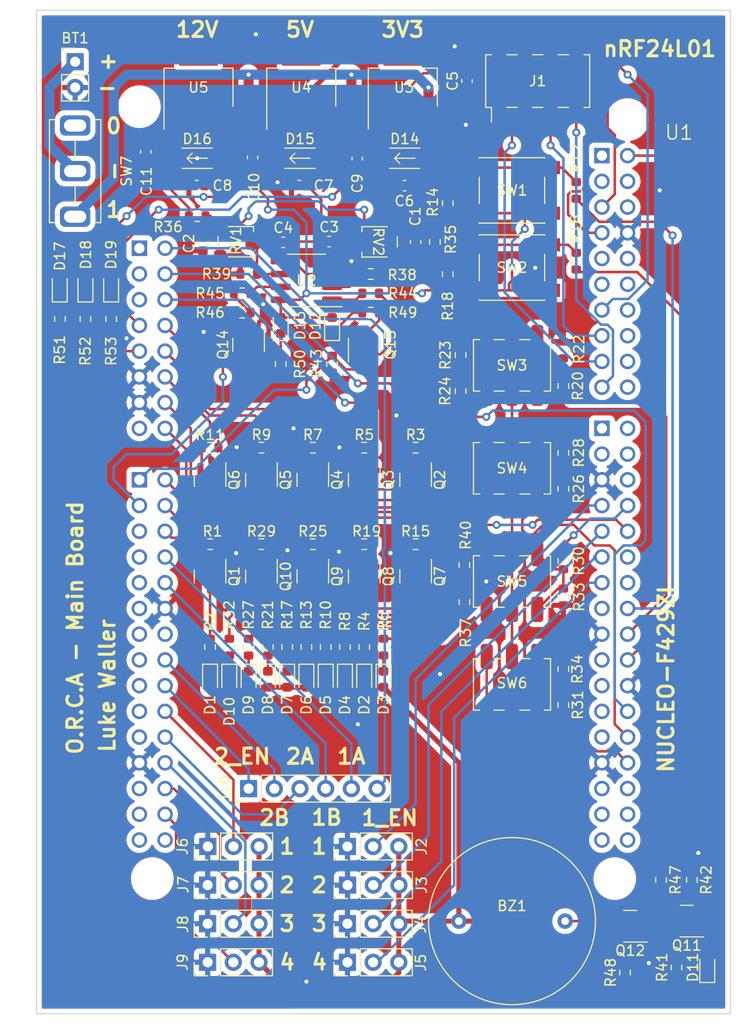
<source format=kicad_pcb>
(kicad_pcb (version 20211014) (generator pcbnew)
  (layers (0 "F.Cu" signal) (31 "B.Cu" signal) (34 "B.Paste" user) (35 "F.Paste" user) (36 "B.SilkS" user "B.Silkscreen") (37 "F.SilkS" user "F.Silkscreen") (38 "B.Mask" user) (39 "F.Mask" user) (44 "Edge.Cuts" user))
  (net 0 "")
  (net 1 "+5V")
  (net 2 "Net-(BZ1-Pad2)")
  (net 3 "+12V")
  (net 4 "Earth")
  (net 5 "+BATT")
  (net 6 "+3V3")
  (net 7 "Net-(D1-Pad1)")
  (net 8 "Net-(D2-Pad1)")
  (net 9 "Net-(D3-Pad1)")
  (net 10 "Net-(D4-Pad1)")
  (net 11 "Net-(D5-Pad1)")
  (net 12 "Net-(D6-Pad1)")
  (net 13 "Net-(D7-Pad1)")
  (net 14 "Net-(D8-Pad1)")
  (net 15 "Net-(D9-Pad1)")
  (net 16 "Net-(D10-Pad1)")
  (net 17 "Net-(D11-Pad1)")
  (net 18 "Net-(D12-Pad1)")
  (net 19 "Net-(D13-Pad1)")
  (net 20 "Net-(D17-Pad1)")
  (net 21 "Net-(D18-Pad1)")
  (net 22 "Net-(D19-Pad1)")
  (net 23 "Net-(Q1-Pad2)")
  (net 24 "Net-(Q1-Pad3)")
  (net 25 "Net-(Q2-Pad2)")
  (net 26 "Net-(Q2-Pad3)")
  (net 27 "Net-(Q3-Pad2)")
  (net 28 "Net-(Q3-Pad3)")
  (net 29 "Net-(Q4-Pad2)")
  (net 30 "Net-(Q4-Pad3)")
  (net 31 "Net-(Q5-Pad2)")
  (net 32 "Net-(Q5-Pad3)")
  (net 33 "Net-(Q6-Pad2)")
  (net 34 "Net-(Q6-Pad3)")
  (net 35 "Net-(Q7-Pad2)")
  (net 36 "Net-(Q7-Pad3)")
  (net 37 "Net-(Q8-Pad2)")
  (net 38 "Net-(Q8-Pad3)")
  (net 39 "Net-(Q9-Pad2)")
  (net 40 "Net-(Q9-Pad3)")
  (net 41 "Net-(Q10-Pad2)")
  (net 42 "Net-(Q10-Pad3)")
  (net 43 "Net-(Q11-Pad2)")
  (net 44 "Net-(Q11-Pad3)")
  (net 45 "Net-(Q12-Pad2)")
  (net 46 "BAT_15_PERCENT")
  (net 47 "Net-(Q13-Pad3)")
  (net 48 "BAT_30_PERCENT")
  (net 49 "Net-(Q14-Pad3)")
  (net 50 "LED_1")
  (net 51 "LED_2")
  (net 52 "LED_3")
  (net 53 "LED_4")
  (net 54 "LED_5")
  (net 55 "LED_6")
  (net 56 "Net-(R12-Pad1)")
  (net 57 "SW_1")
  (net 58 "LED_7")
  (net 59 "Net-(R16-Pad1)")
  (net 60 "SW_2")
  (net 61 "LED_8")
  (net 62 "SW_3")
  (net 63 "LED_9")
  (net 64 "SW_4")
  (net 65 "Net-(R31-Pad1)")
  (net 66 "LED_10")
  (net 67 "SW_5")
  (net 68 "Net-(R35-Pad1)")
  (net 69 "SW_6")
  (net 70 "Net-(R39-Pad2)")
  (net 71 "BUZZER")
  (net 72 "Net-(R44-Pad1)")
  (net 73 "Net-(R45-Pad1)")
  (net 77 "MOTOR_1_EN")
  (net 78 "ESC_2")
  (net 80 "MOTOR_1_A")
  (net 81 "MOTOR_1_B")
  (net 82 "MOTOR_2_A")
  (net 83 "MOTOR_2_B")
  (net 84 "MOTOR_2_EN")
  (net 88 "ESC_3")
  (net 90 "ESC_4")
  (net 94 "ESC_1")
  (net 100 "CSN")
  (net 106 "CE")
  (net 109 "MOSI")
  (net 110 "IRQ")
  (net 111 "SCK")
  (net 115 "MISO")
  (net 118 "IR_2")
  (net 119 "IR_4")
  (net 121 "IR_1")
  (net 123 "IR_3")
  (net 135 "Net-(BT1-Pad1)")
  (net 136 "Net-(R26-Pad1)")
  (net 137 "Net-(R30-Pad1)")
  (net 138 "Net-(R36-Pad1)")
  (net 139 "Net-(R37-Pad1)")
  (net 140 "unconnected-(SW4-Pad1)")
  (net 141 "Net-(R20-Pad1)")
  (net 142 "SW_7")
  (net 143 "Net-(R23-Pad1)")
  (net 144 "SW_8")
  (net 147 "Net-(R38-Pad2)")
  (net 148 "unconnected-(SW6-Pad1)")
  (footprint "Resistor_SMD:R_0603_1608Metric" (layer "F.Cu") (at 153.67 80.645)
    (fp_text reference "R49")
    (fp_text value "1K")
  )
  (footprint "Resistor_SMD:R_0603_1608Metric" (layer "F.Cu") (at 143.51 113.665 90)
    (fp_text reference "R21")
    (fp_text value "1K")
  )
  (footprint "Diode_SMD:D_0603_1608Metric" (layer "F.Cu") (at 122.938505 78.105 90)
    (fp_text reference "D17")
    (fp_text value "BLUE")
  )
  (footprint "My_library:Variable_Resistor" (layer "F.Cu") (at 154.305 73.66 90)
    (fp_text reference "RV1")
    (fp_text value "15K")
  )
  (footprint "Diode_SMD:D_0603_1608Metric" (layer "F.Cu") (at 145.415 116.84 -90)
    (fp_text reference "D7")
    (fp_text value "BLUE")
  )
  (footprint "Connector_PinHeader_2.54mm:PinHeader_1x06_P2.54mm_Vertical" (layer "F.Cu") (at 141.605 127.635 90)
    (fp_text reference "J10")
    (fp_text value "L298N")
  )
  (footprint "Package_TO_SOT_SMD:SOT-23" (layer "F.Cu") (at 142.875 97.155 -90)
    (fp_text reference "Q5")
    (fp_text value "2N2219")
  )
  (footprint "Diode_SMD:D_0603_1608Metric" (layer "F.Cu") (at 153.035 116.84 -90)
    (fp_text reference "D2")
    (fp_text value "BLUE")
  )
  (footprint "Button_Switch_SMD:SW_Push_1P1T_NO_6x6mm_H9.5mm" (layer "F.Cu") (at 167.64 68.58)
    (fp_text reference "SW1")
    (fp_text value "SW_Push")
  )
  (footprint "Package_TO_SOT_SMD:SOT-23" (layer "F.Cu") (at 158.115 106.68 -90)
    (fp_text reference "Q7")
    (fp_text value "2N2219")
  )
  (footprint "Diode_SMD:D_0603_1608Metric" (layer "F.Cu") (at 151.13 116.84 -90)
    (fp_text reference "D4")
    (fp_text value "BLUE")
  )
  (footprint "Resistor_SMD:R_0603_1608Metric" (layer "F.Cu") (at 142.875 93.98 180)
    (fp_text reference "R9")
    (fp_text value "4K7")
  )
  (footprint "Resistor_SMD:R_0603_1608Metric" (layer "F.Cu") (at 161.29 69.85 -90)
    (fp_text reference "R14")
    (fp_text value "10K")
  )
  (footprint "Resistor_SMD:R_0603_1608Metric" (layer "F.Cu") (at 172.72 108.712 -90)
    (fp_text reference "R33")
    (fp_text value "10K")
  )
  (footprint "Diode_SMD:D_0603_1608Metric" (layer "F.Cu") (at 154.94 116.84 -90)
    (fp_text reference "D3")
    (fp_text value "BLUE")
  )
  (footprint "Resistor_SMD:R_0603_1608Metric" (layer "F.Cu") (at 142.875 103.505 180)
    (fp_text reference "R29")
    (fp_text value "4K7")
  )
  (footprint "Resistor_SMD:R_0603_1608Metric" (layer "F.Cu") (at 162.56 84.836 90)
    (fp_text reference "R23")
    (fp_text value "10K")
  )
  (footprint "Package_TO_SOT_SMD:SOT-23" (layer "F.Cu") (at 153.035 97.155 -90)
    (fp_text reference "Q3")
    (fp_text value "2N2219")
  )
  (footprint "Resistor_SMD:R_0603_1608Metric" (layer "F.Cu") (at 160.02 73.66 90)
    (fp_text reference "R35")
    (fp_text value "47K")
  )
  (footprint "Capacitor_SMD:C_0603_1608Metric" (layer "F.Cu") (at 136.480022 68.100428)
    (fp_text reference "C8")
    (fp_text value "100nF")
  )
  (footprint "Resistor_SMD:R_0603_1608Metric" (layer "F.Cu") (at 162.935495 105.553514 90)
    (fp_text reference "R40")
    (fp_text value "1K")
  )
  (footprint "Capacitor_SMD:C_0603_1608Metric" (layer "F.Cu") (at 137.085 73.78 -90)
    (fp_text reference "C2")
    (fp_text value "100nF")
  )
  (footprint "Resistor_SMD:R_0603_1608Metric" (layer "F.Cu") (at 140.97 80.645 180)
    (fp_text reference "R46")
    (fp_text value "10K")
  )
  (footprint "Capacitor_SMD:C_0603_1608Metric" (layer "F.Cu") (at 146.619526 68.100428)
    (fp_text reference "C7")
    (fp_text value "100nF")
  )
  (footprint "Package_TO_SOT_SMD:SOT-23" (layer "F.Cu") (at 141.605 83.82 -90)
    (fp_text reference "Q14")
    (fp_text value "2N2219")
  )
  (footprint "Resistor_SMD:R_0603_1608Metric" (layer "F.Cu") (at 137.795 113.665 90)
    (fp_text reference "R2")
    (fp_text value "1K")
  )
  (footprint "Resistor_SMD:R_0603_1608Metric" (layer "F.Cu") (at 154.94 113.665 90)
    (fp_text reference "R6")
    (fp_text value "1K")
  )
  (footprint "Connector_PinHeader_2.54mm:PinHeader_2x04_P2.54mm_Vertical_SMD" (layer "F.Cu") (at 170.18 57.785 90)
    (fp_text reference "J1")
    (fp_text value "nRF24L01_Conn")
  )
  (footprint "Diode_SMD:D_0603_1608Metric" (layer "F.Cu") (at 147.32 116.84 -90)
    (fp_text reference "D6")
    (fp_text value "BLUE")
  )
  (footprint "Connector_PinHeader_2.54mm:PinHeader_1x03_P2.54mm_Vertical" (layer "F.Cu") (at 151.37399 140.97 90)
    (fp_text reference "J4")
    (fp_text value "IR_SENSOR_?")
  )
  (footprint "Resistor_SMD:R_0603_1608Metric" (layer "F.Cu") (at 153.035 113.665 90)
    (fp_text reference "R4")
    (fp_text value "1K")
  )
  (footprint "Diode_SMD:D_0603_1608Metric" (layer "F.Cu") (at 149.225 116.84 -90)
    (fp_text reference "D5")
    (fp_text value "BLUE")
  )
  (footprint "Resistor_SMD:R_0603_1608Metric" (layer "F.Cu") (at 172.72 105.156 90)
    (fp_text reference "R30")
    (fp_text value "1K")
  )
  (footprint "Resistor_SMD:R_0603_1608Metric" (layer "F.Cu") (at 149.225 113.665 90)
    (fp_text reference "R10")
    (fp_text value "1K")
  )
  (footprint "Resistor_SMD:R_0603_1608Metric" (layer "F.Cu") (at 122.961832 81.28 -90)
    (fp_text reference "R51")
    (fp_text value "10K")
  )
  (footprint "Resistor_SMD:R_0603_1608Metric" (layer "F.Cu") (at 153.67 78.74)
    (fp_text reference "R44")
    (fp_text value "4K7")
  )
  (footprint "Connector_PinHeader_2.54mm:PinHeader_1x03_P2.54mm_Vertical" (layer "F.Cu") (at 137.556 140.97 90)
    (fp_text reference "J8")
    (fp_text value "ESC_3")
  )
  (footprint "Package_SO:SOP-8_3.76x4.96mm_P1.27mm" (layer "F.Cu") (at 147.32 77.47 180)
    (fp_text reference "U2")
    (fp_text value "LM358DR2G")
  )
  (footprint "Diode_SMD:D_0603_1608Metric" (layer "F.Cu") (at 137.795 116.84 -90)
    (fp_text reference "D1")
    (fp_text value "BLUE")
  )
  (footprint "Package_TO_SOT_SMD:SOT-23" (layer "F.Cu") (at 158.115 97.155 -90)
    (fp_text reference "Q2")
    (fp_text value "2N2219")
  )
  (footprint "Resistor_SMD:R_0603_1608Metric" (layer "F.Cu") (at 173.99 68.58 -90)
    (fp_text reference "R12")
    (fp_text value "1K")
  )
  (footprint "My_library:JS202011SCQN" (layer "F.Cu") (at 167.64 107.188)
    (fp_text reference "SW5")
    (fp_text value "SW_SPDT")
  )
  (footprint "Resistor_SMD:R_0603_1608Metric" (layer "F.Cu") (at 173.99 75.565 -90)
    (fp_text reference "R16")
    (fp_text value "1K")
  )
  (footprint "Package_TO_SOT_SMD:SOT-223" (layer "F.Cu") (at 136.652 58.42 90)
    (fp_text reference "U5")
    (fp_text value "LM2940-12.0")
  )
  (footprint "Resistor_SMD:R_0603_1608Metric" (layer "F.Cu") (at 128.016 81.28 -90)
    (fp_text reference "R53")
    (fp_text value "10K")
  )
  (footprint "Connector_PinHeader_2.54mm:PinHeader_1x03_P2.54mm_Vertical" (layer "F.Cu") (at 151.37399 133.35 90)
    (fp_text reference "J2")
    (fp_text value "IR_SENSOR_1")
  )
  (footprint "Capacitor_SMD:C_0603_1608Metric" (layer "F.Cu") (at 131.445 64.77 90)
    (fp_text reference "C11")
    (fp_text value "100nF")
  )
  (footprint "Resistor_SMD:R_0603_1608Metric" (layer "F.Cu") (at 141.605 76.835)
    (fp_text reference "R39")
    (fp_text value "1M")
  )
  (footprint "Diode_SMD:D_0603_1608Metric" (layer "F.Cu") (at 141.605 116.84 -90)
    (fp_text reference "D9")
    (fp_text value "BLUE")
  )
  (footprint "Button_Switch_SMD:SW_Push_1P1T_NO_6x6mm_H9.5mm" (layer "F.Cu") (at 167.64 76.2)
    (fp_text reference "SW2")
    (fp_text value "SW_Push")
  )
  (footprint "Capacitor_SMD:C_0603_1608Metric" (layer "F.Cu") (at 158.115 73.66 90)
    (fp_text reference "C1")
    (fp_text value "100nF")
  )
  (footprint "Resistor_SMD:R_0603_1608Metric" (layer "F.Cu") (at 153.035 103.505 180)
    (fp_text reference "R19")
    (fp_text value "4K7")
  )
  (footprint "Resistor_SMD:R_0603_1608Metric" (layer "F.Cu") (at 172.72 84.328 90)
    (fp_text reference "R22")
    (fp_text value "10K")
  )
  (footprint "Connector_PinHeader_2.54mm:PinHeader_1x03_P2.54mm_Vertical" (layer "F.Cu") (at 137.556 144.78 90)
    (fp_text reference "J9")
    (fp_text value "ESC_4")
  )
  (footprint "My_library:SOD-123" (layer "F.Cu") (at 146.685 65.405 180)
    (fp_text reference "D15")
    (fp_text value "1N5817")
  )
  (footprint "Resistor_SMD:R_0603_1608Metric" (layer "F.Cu") (at 147.955 93.98 180)
    (fp_text reference "R7")
    (fp_text value "4K7")
  )
  (footprint "Package_TO_SOT_SMD:SOT-223" (layer "F.Cu") (at 156.845 58.42 90)
    (fp_text reference "U3")
    (fp_text value "LM2940-3.0")
  )
  (footprint "My_library:JS202011SCQN" (layer "F.Cu") (at 167.64 96.012)
    (fp_text reference "SW4")
    (fp_text value "SW_SPDT")
  )
  (footprint "My_library:JS202011SCQN" (layer "F.Cu") (at 167.64 117.348)
    (fp_text reference "SW6")
    (fp_text value "SW_SPDT")
  )
  (footprint "Capacitor_SMD:C_0603_1608Metric" (layer "F.Cu") (at 145.021907 73.710643 180)
    (fp_text reference "C4")
    (fp_text value "100nF")
  )
  (footprint "My_library:KNX-1-D1" (layer "F.Cu") (at 124.46 66.675 90)
    (fp_text reference "SW7")
    (fp_text value "SW_SPDT")
  )
  (footprint "Resistor_SMD:R_0603_1608Metric" (layer "F.Cu") (at 158.115 93.98 180)
    (fp_text reference "R3")
    (fp_text value "4K7")
  )
  (footprint "Resistor_SMD:R_0603_1608Metric" (layer "F.Cu") (at 145.415 113.665 90)
    (fp_text reference "R17")
    (fp_text value "1K")
  )
  (footprint "Package_TO_SOT_SMD:SOT-23" (layer "F.Cu") (at 137.795 97.155 -90)
    (fp_text reference "Q6")
    (fp_text value "2N2219")
  )
  (footprint "My_library:MODULE_NUCLEO-F429ZI_JUST_PINS" (layer "F.Cu") (at 154.94 99.06)
    (fp_text reference "U1")
    (fp_text value "NUCLEO144-F429ZI")
  )
  (footprint "My_library:JS202011SCQN" (layer "F.Cu") (at 167.64 85.852)
    (fp_text reference "SW3")
    (fp_text value "SW_SPDT")
  )
  (footprint "Resistor_SMD:R_0603_1608Metric" (layer "F.Cu") (at 153.67 76.835 180)
    (fp_text reference "R38")
    (fp_text value "1M")
  )
  (footprint "Resistor_SMD:R_0603_1608Metric" (layer "F.Cu") (at 147.32 113.665 90)
    (fp_text reference "R13")
    (fp_text value "1K")
  )
  (footprint "Resistor_SMD:R_0603_1608Metric" (layer "F.Cu") (at 178.816 145.796 90)
    (fp_text reference "R48")
    (fp_text value "10K")
  )
  (footprint "Resistor_SMD:R_0603_1608Metric" (layer "F.Cu") (at 137.795 103.505 180)
    (fp_text reference "R1")
    (fp_text value "4K7")
  )
  (footprint "Resistor_SMD:R_0603_1608Metric" (layer "F.Cu") (at 151.13 113.665 90)
    (fp_text reference "R8")
    (fp_text value "1K")
  )
  (footprint "Package_TO_SOT_SMD:SOT-23" (layer "F.Cu") (at 184.912 140.716 180)
    (fp_text reference "Q11")
    (fp_text value "2N2219")
  )
  (footprint "Package_TO_SOT_SMD:SOT-23" (layer "F.Cu") (at 137.795 106.68 -90)
    (fp_text reference "Q1")
    (fp_text value "2N2219")
  )
  (footprint "Resistor_SMD:R_0603_1608Metric" (layer "F.Cu") (at 162.940733 109.22 -90)
    (fp_text reference "R37")
    (fp_text value "10K")
  )
  (footprint "Capacitor_SMD:C_0603_1608Metric" (layer "F.Cu") (at 152.340347 65.444768 90)
    (fp_text reference "C9")
    (fp_text value "100nF")
  )
  (footprint "Resistor_SMD:R_0603_1608Metric" (layer "F.Cu") (at 153.035 93.98 180)
    (fp_text reference "R5")
    (fp_text value "4K7")
  )
  (footprint "Capacitor_SMD:C_0603_1608Metric" (layer "F.Cu") (at 163.195 57.785 90)
    (fp_text reference "C5")
    (fp_text value "100nF")
  )
  (footprint "Resistor_SMD:R_0603_1608Metric" (layer "F.Cu") (at 183.896 145.288 90)
    (fp_text reference "R41")
    (fp_text value "1K")
  )
  (footprint "Resistor_SMD:R_0603_1608Metric" (layer "F.Cu") (at 172.72 87.884 -90)
    (fp_text reference "R20")
    (fp_text value "1K")
  )
  (footprint "Diode_SMD:D_0603_1608Metric" (layer "F.Cu") (at 143.51 116.84 -90)
    (fp_text reference "D8")
    (fp_text value "BLUE")
  )
  (footprint "Capacitor_SMD:C_0603_1608Metric" (layer "F.Cu") (at 157.021652 68.111847)
    (fp_text reference "C6")
    (fp_text value "100nF")
  )
  (footprint "Diode_SMD:D_0603_1608Metric" (layer "F.Cu") (at 186.944 145.288 90)
    (fp_text reference "D11")
    (fp_text value "GREEN")
  )
  (footprint "Resistor_SMD:R_0603_1608Metric" (layer "F.Cu") (at 182.372 136.652 -90)
    (fp_text reference "R47")
    (fp_text value "4K7")
  )
  (footprint "Resistor_SMD:R_0603_1608Metric" (layer "F.Cu") (at 137.795 93.98 180)
    (fp_text reference "R11")
    (fp_text value "4K7")
  )
  (footprint "Connector_PinHeader_2.54mm:PinHeader_1x02_P2.54mm_Vertical" (layer "F.Cu") (at 124.46 55.88)
    (fp_text reference "BT1")
    (fp_text value "Battery")
  )
  (footprint "Resistor_SMD:R_0603_1608Metric" (layer "F.Cu") (at 149.86 85.725 -90)
    (fp_text reference "R43")
    (fp_text value "10K")
  )
  (footprint "Connector_PinHeader_2.54mm:PinHeader_1x03_P2.54mm_Vertical" (layer "F.Cu") (at 151.37399 144.78 90)
    (fp_text reference "J5")
    (fp_text value "IR_SENSOR_?")
  )
  (footprint "Resistor_SMD:R_0603_1608Metric" (layer "F.Cu") (at 172.72 94.488 90)
    (fp_text reference "R28")
    (fp_text value "10K")
  )
  (footprint "Diode_SMD:D_0603_1608Metric" (layer "F.Cu") (at 125.476 78.106312 90)
    (fp_text reference "D18")
    (fp_text value "YELLOW")
  )
  (footprint "Resistor_SMD:R_0603_1608Metric" (layer "F.Cu") (at 125.476 81.28 -90)
    (fp_text reference "R52")
    (fp_text value "10K")
  )
  (footprint "Resistor_SMD:R_0603_1608Metric" (layer "F.Cu") (at 141.605 113.665 90)
    (fp_text reference "R27")
    (fp_text value "1K")
  )
  (footprint "Resistor_SMD:R_0603_1608Metric" (layer "F.Cu") (at 140.97 78.74 180)
    (fp_text reference "R45")
    (fp_text value "4K7")
  )
  (footprint "Resistor_SMD:R_0603_1608Metric" (layer "F.Cu") (at 185.42 136.652 -90)
    (fp_text reference "R42")
    (fp_text value "4K7")
  )
  (footprint "Capacitor_SMD:C_0603_1608Metric" (layer "F.Cu") (at 149.566199 73.634053)
    (fp_text reference "C3")
    (fp_text value "100nF")
  )
  (footprint "Package_TO_SOT_SMD:SOT-23" (layer "F.Cu") (at 179.324 141.224 180)
    (fp_text reference "Q12")
    (fp_text value "2N2219")
  )
  (footprint "Connector_PinHeader_2.54mm:PinHeader_1x03_P2.54mm_Vertical" (layer "F.Cu") (at 137.556 137.16 90)
    (fp_text reference "J7")
    (fp_text value "ESC_2")
  )
  (footprint "Resistor_SMD:R_0603_1608Metric" (layer "F.Cu") (at 172.72 115.824 90)
    (fp_text reference "R34")
    (fp_text value "10K")
  )
  (footprint "Package_TO_SOT_SMD:SOT-23" (layer "F.Cu") (at 153.035 106.68 -90)
    (fp_text reference "Q8")
    (fp_text value "2N2219")
  )
  (footprint "Diode_SMD:D_0603_1608Metric" (layer "F.Cu") (at 144.78 81.915 90)
    (fp_text reference "D13")
    (fp_text value "YELLOW")
  )
  (footprint "Resistor_SMD:R_0603_1608Metric" (layer "F.Cu") (at 139.7 113.665 90)
    (fp_text reference "R32")
    (fp_text value "1K")
  )
  (footprint "My_library:Variable_Resistor" (layer "F.Cu") (at 140.59 73.65 -90)
    (fp_text reference "RV2")
    (fp_text value "32K")
  )
  (footprint "Resistor_SMD:R_0603_1608Metric" (layer "F.Cu") (at 144.78 85.725 -90)
    (fp_text reference "R50")
    (fp_text value "1K")
  )
  (footprint "Resistor_SMD:R_0603_1608Metric" (layer "F.Cu") (at 158.115 103.505 180)
    (fp_text reference "R15")
    (fp_text value "4K7")
  )
  (footprint "Diode_SMD:D_0603_1608Metric" (layer "F.Cu") (at 149.86 81.915 90)
    (fp_text reference "D12")
    (fp_text value "GREEN")
  )
  (footprint "Diode_SMD:D_0603_1608Metric" (layer "F.Cu") (at 128.016 78.105 90)
    (fp_text reference "D19")
    (fp_text value "GREEN")
  )
  (footprint "Resistor_SMD:R_0603_1608Metric" (layer "F.Cu") (at 147.955 103.505 180)
    (fp_text reference "R25")
    (fp_text value "4K7")
  )
  (footprint "Connector_PinHeader_2.54mm:PinHeader_1x03_P2.54mm_Vertical" (layer "F.Cu") (at 151.38899 137.16 90)
    (fp_text reference "J3")
    (fp_text value "IR_SENSOR_2")
  )
  (footprint "Package_TO_SOT_SMD:SOT-23" (layer "F.Cu") (at 142.875 106.68 -90)
    (fp_text reference "Q10")
    (fp_text value "2N2219")
  )
  (footprint "My_library:SOD-123" (layer "F.Cu") (at 157.03914 65.405 180)
    (fp_text reference "D14")
    (fp_text value "1N5817")
  )
  (footprint "Package_TO_SOT_SMD:SOT-23" (layer "F.Cu") (at 147.955 97.155 -90)
    (fp_text reference "Q4")
    (fp_text value "2N2219")
  )
  (footprint "Capacitor_SMD:C_0603_1608Metric" (layer "F.Cu") (at 142.000661 65.325463 90)
    (fp_text reference "C10")
    (fp_text value "100nF")
  )
  (footprint "Resistor_SMD:R_0603_1608Metric" (layer "F.Cu") (at 136.525 71.12 180)
    (fp_text reference "R36")
    (fp_text value "47K")
  )
  (footprint "Package_TO_SOT_SMD:SOT-23" (layer "F.Cu") (at 153.035 83.82 90)
    (fp_text reference "Q13")
    (fp_text value "2N2219")
  )
  (footprint "Package_TO_SOT_SMD:SOT-223" (layer "F.Cu") (at 146.812 58.42 90)
    (fp_text reference "U4")
    (fp_text value "LM2940-5.0")
  )
  (footprint "My_library:SOD-123" (layer "F.Cu") (at 136.525 65.405 180)
    (fp_text reference "D16")
    (fp_text value "1N5817")
  )
  (footprint "Package_TO_SOT_SMD:SOT-23" (layer "F.Cu") (at 147.955 106.68 -90)
    (fp_text reference "Q9")
    (fp_text value "2N2219")
  )
  (footprint "Resistor_SMD:R_0603_1608Metric" (layer "F.Cu") (at 172.72 119.38 -90)
    (fp_text reference "R31")
    (fp_text value "1K")
  )
  (footprint "Resistor_SMD:R_0603_1608Metric" (layer "F.Cu") (at 161.29 76.835 -90)
    (fp_text reference "R18")
    (fp_text value "10K")
  )
  (footprint "Connector_PinHeader_2.54mm:PinHeader_1x03_P2.54mm_Vertical" (layer "F.Cu") (at 137.571 133.35 90)
    (fp_text reference "J6")
    (fp_text value "ESC_1")
  )
  (footprint "Resistor_SMD:R_0603_1608Metric" (layer "F.Cu") (at 162.56 88.392 -90)
    (fp_text reference "R24")
    (fp_text value "1K")
  )
  (footprint "My_library:Buzzer" (layer "F.Cu") (at 167.64 140.716)
    (fp_text reference "BZ1")
    (fp_text value "Buzzer")
  )
  (footprint "Diode_SMD:D_0603_1608Metric" (layer "F.Cu") (at 139.7 116.84 -90)
    (fp_text reference "D10")
    (fp_text value "BLUE")
  )
  (footprint "Resistor_SMD:R_0603_1608Metric" (layer "F.Cu") (at 172.72 98.044 -90)
    (fp_text reference "R26")
    (fp_text value "1K")
  )
  (gr_rect (start 120.65 50.8) (end 189.23 149.86) (layer "Edge.Cuts") (width 0.1) (fill none))
  (gr_text "2B" (at 144.165975 130.5106) (layer "F.SilkS") (effects (font (size 1.5 1.5) (thickness 0.3))))
  (gr_text "-" (at 127.635 58.42) (layer "F.SilkS") (effects (font (size 1.5 1.5) (thickness 0.3))))
  (gr_text "1" (at 148.59 133.35) (layer "F.SilkS") (effects (font (size 1.5 1.5) (thickness 0.3))))
  (gr_text "1_EN" (at 155.555428 130.531575) (layer "F.SilkS") (effects (font (size 1.5 1.5) (thickness 0.3))))
  (gr_text "O.R.C.A - Main Board" (at 124.46 111.76 90) (layer "F.SilkS") (effects (font (size 1.5 1.5) (thickness 0.3))))
  (gr_text "2A" (at 146.685 124.46) (layer "F.SilkS") (effects (font (size 1.5 1.5) (thickness 0.3))))
  (gr_text "3" (at 145.415 140.97) (layer "F.SilkS") (effects (font (size 1.5 1.5) (thickness 0.3))))
  (gr_text "+\n" (at 127.635 55.88 90) (layer "F.SilkS") (effects (font (size 1.5 1.5) (thickness 0.3))))
  (gr_text "5V" (at 146.685 52.705) (layer "F.SilkS") (effects (font (size 1.5 1.5) (thickness 0.3))))
  (gr_text "1A" (at 151.765 124.46) (layer "F.SilkS") (effects (font (size 1.5 1.5) (thickness 0.3))))
  (gr_text "NUCLEO-F429ZI" (at 182.88 116.84 90) (layer "F.SilkS") (effects (font (size 1.5 1.5) (thickness 0.3))))
  (gr_text "2" (at 148.59 137.16) (layer "F.SilkS") (effects (font (size 1.5 1.5) (thickness 0.3))))
  (gr_text "3V3" (at 156.845 52.705) (layer "F.SilkS") (effects (font (size 1.5 1.5) (thickness 0.3))))
  (gr_text "1B" (at 149.325837 130.489625) (layer "F.SilkS") (effects (font (size 1.5 1.5) (thickness 0.3))))
  (gr_text "-\n" (at 128.27 66.675 90) (layer "F.SilkS") (effects (font (size 1.5 1.5) (thickness 0.3))))
  (gr_text "1" (at 128.27 70.485) (layer "F.SilkS") (effects (font (size 1.5 1.5) (thickness 0.3))))
  (gr_text "2" (at 145.415 137.16) (layer "F.SilkS") (effects (font (size 1.5 1.5) (thickness 0.3))))
  (gr_text "12V" (at 136.525 52.705) (layer "F.SilkS") (effects (font (size 1.5 1.5) (thickness 0.3))))
  (gr_text "Luke Waller" (at 127.635 117.475 90) (layer "F.SilkS") (effects (font (size 1.5 1.5) (thickness 0.3))))
  (gr_text "4" (at 145.415 144.78) (layer "F.SilkS") (effects (font (size 1.5 1.5) (thickness 0.3))))
  (gr_text "1" (at 145.415 133.35) (layer "F.SilkS") (effects (font (size 1.5 1.5) (thickness 0.3))))
  (gr_text "0" (at 128.27 62.23) (layer "F.SilkS") (effects (font (size 1.5 1.5) (thickness 0.3))))
  (gr_text "2_EN" (at 140.97 124.46) (layer "F.SilkS") (effects (font (size 1.5 1.5) (thickness 0.3))))
  (gr_text "4" (at 148.59 144.78) (layer "F.SilkS") (effects (font (size 1.5 1.5) (thickness 0.3))))
  (gr_text "3" (at 148.59 140.97) (layer "F.SilkS") (effects (font (size 1.5 1.5) (thickness 0.3))))
  (gr_text "nRF24L01\n" (at 182.245 54.61) (layer "F.SilkS") (effects (font (size 1.5 1.5) (thickness 0.3))))
  (segment (start 142.000661 64.550463) (end 142.720644 63.83048) (width 0.25) (layer "F.Cu") (net 1))
  (segment (start 141.201141 65.349983) (end 141.201141 67.078859) (width 0.25) (layer "F.Cu") (net 1))
  (segment (start 146.446 148.59) (end 153.67 148.59) (width 0.5) (layer "F.Cu") (net 1))
  (segment (start 187.198 148.082) (end 179.324 148.082) (width 0.5) (layer "F.Cu") (net 1))
  (segment (start 162.39 128.44) (end 162.39 140.716) (width 0.5) (layer "F.Cu") (net 1))
  (segment (start 142.000661 64.550463) (end 141.201141 65.349983) (width 0.25) (layer "F.Cu") (net 1))
  (segment (start 142.636 144.78) (end 146.446 148.59) (width 0.5) (layer "F.Cu") (net 1))
  (segment (start 159.04 78.45) (end 163.665 78.45) (width 0.25) (layer "F.Cu") (net 1))
  (segment (start 188.214 143.2305) (end 186.944 144.5005) (width 0.5) (layer "F.Cu") (net 1))
  (segment (start 163.665 70.83) (end 168.905988 70.83) (width 0.25) (layer "F.Cu") (net 1))
  (segment (start 144.7825 79.375) (end 146.685 79.375) (width 0.25) (layer "F.Cu") (net 1))
  (segment (start 188.214 145.7705) (end 188.214 147.066) (width 0.5) (layer "F.Cu") (net 1))
  (segment (start 142.636 144.78) (end 142.636 133.365) (width 0.5) (layer "F.Cu") (net 1))
  (segment (start 156.45399 144.78) (end 156.45399 133.35) (width 0.5) (layer "F.Cu") (net 1))
  (segment (start 146.812 59.944) (end 146.812 61.57) (width 0.5) (layer "F.Cu") (net 1))
  (segment (start 168.91 72.39) (end 168.91 70.834012) (width 0.25) (layer "F.Cu") (net 1))
  (segment (start 139.7 68.58) (end 139.065 69.215) (width 0.25) (layer "F.Cu") (net 1))
  (segment (start 168.91 70.834012) (end 168.905988 70.83) (width 0.25) (layer "F.Cu") (net 1))
  (segment (start 143.51 70.485) (end 143.51 69.387718) (width 0.25) (layer "F.Cu") (net 1))
  (segment (start 167.64 77.47) (end 167.64 76.2) (width 0.25) (layer "F.Cu") (net 1))
  (segment (start 144.78 81.1275) (end 144.78 79.3775) (width 0.25) (layer "F.Cu") (net 1))
  (segment (start 162.39 125.0775) (end 162.39 128.44) (width 0.5) (layer "F.Cu") (net 1))
  (segment (start 167.35 77.76) (end 167.64 77.47) (width 0.25) (layer "F.Cu") (net 1))
  (segment (start 167.35 78.45) (end 167.35 77.76) (width 0.25) (layer "F.Cu") (net 1))
  (segment (start 142.720644 63.83048) (end 145.945987 63.83048) (width 0.25) (layer "F.Cu") (net 1))
  (segment (start 156.45399 137.145) (end 156.46899 137.16) (width 0.25) (layer "F.Cu") (net 1))
  (segment (start 178.816 146.621) (end 171.386 146.621) (width 0.5) (layer "F.Cu") (net 1))
  (segment (start 188.214 63.119) (end 188.214 143.2305) (width 0.5) (layer "F.Cu") (net 1))
  (segment (start 143.51 69.387718) (end 141.201141 67.078859) (width 0.25) (layer "F.Cu") (net 1))
  (segment (start 163.665 78.45) (end 167.35 78.45) (width 0.25) (layer "F.Cu") (net 1))
  (segment (start 165.4985 125.0775) (end 167.64 122.936) (width 0.5) (layer "F.Cu") (net 1))
  (segment (start 165.481 140.716) (end 162.39 140.716) (width 0.5) (layer "F.Cu") (net 1))
  (segment (start 168.905988 70.83) (end 171.615 70.83) (width 0.25) (layer "F.Cu") (net 1))
  (segment (start 126.746 78.588812) (end 126.746 82.051783) (width 0.25) (layer "F.Cu") (net 1))
  (segment (start 139.065 69.215) (end 137.16 69.215) (width 0.25) (layer "F.Cu") (net 1))
  (segment (start 153.67 148.59) (end 156.45399 145.80601) (width 0.5) (layer "F.Cu") (net 1))
  (segment (start 167.64 98.762) (end 167.64 120.098) (width 0.25) (layer "F.Cu") (net 1))
  (segment (start 129.144217 84.45) (end 130.81 84.45) (width 0.25) (layer "F.Cu") (net 1))
  (segment (start 146.803513 59.698487) (end 146.803513 59.935513) (width 0.5) (layer "F.Cu") (net 1))
  (segment (start 162.39 125.0775) (end 165.4985 125.0775) (width 0.5) (layer "F.Cu") (net 1))
  (segment (start 154.432 52.07) (end 177.165 52.07) (width 0.5) (layer "F.Cu") (net 1))
  (segment (start 156.46899 140.955) (end 156.45399 140.97) (width 0.25) (layer "F.Cu") (net 1))
  (segment (start 146.685 79.375) (end 147.32 78.74) (width 0.25) (layer "F.Cu") (net 1))
  (segment (start 178.816 147.574) (end 178.816 146.621) (width 0.5) (layer "F.Cu") (net 1))
  (segment (start 167.64 122.936) (end 167.64 120.098) (width 0.5) (layer "F.Cu") (net 1))
  (segment (start 156.45399 145.80601) (end 156.45399 144.78) (width 0.5) (layer "F.Cu") (net 1))
  (segment (start 125.476 75.184) (end 125.476 77.318812) (width 0.25) (layer "F.Cu") (net 1))
  (segment (start 171.386 146.621) (end 165.481 140.716) (width 0.5) (layer "F.Cu") (net 1))
  (segment (start 146.812 62.964467) (end 146.812 61.57) (width 0.25) (layer "F.Cu") (net 1))
  (segment (start 145.945987 63.83048) (end 146.812 62.964467) (width 0.25) (layer "F.Cu") (net 1))
  (segment (start 126.746 82.051783) (end 129.144217 84.45) (width 0.25) (layer "F.Cu") (net 1))
  (segment (start 141.201141 67.078859) (end 139.7 68.58) (width 0.25) (layer "F.Cu") (net 1))
  (segment (start 186.944 144.5005) (end 188.214 145.7705) (width 0.5) (layer "F.Cu") (net 1))
  (segment (start 188.214 147.066) (end 187.198 148.082) (width 0.5) (layer "F.Cu") (net 1))
  (segment (start 144.78 79.3775) (end 144.7825 79.375) (width 0.25) (layer "F.Cu") (net 1))
  (segment (start 149.86 81.1275) (end 144.78 81.1275) (width 0.25) (layer "F.Cu") (net 1))
  (segment (start 167.64 83.102) (end 167.64 98.762) (width 0.25) (layer "F.Cu") (net 1))
  (segment (start 167.35 78.45) (end 171.615 78.45) (width 0.25) (layer "F.Cu") (net 1))
  (segment (start 129.54 71.12) (end 125.476 75.184) (width 0.25) (layer "F.Cu") (net 1))
  (segment (start 156.70799 140.716) (end 156.45399 140.97) (width 0.5) (layer "F.Cu") (net 1))
  (segment (start 137.795 117.6275) (end 154.94 117.6275) (width 0.5) (layer "F.Cu") (net 1))
  (segment (start 154.94 117.6275) (end 162.39 125.0775) (width 0.5) (layer "F.Cu") (net 1))
  (segment (start 177.165 52.07) (end 188.214 63.119) (width 0.5) (layer "F.Cu") (net 1))
  (segment (start 146.803513 59.698487) (end 154.432 52.07) (width 0.5) (layer "F.Cu") (net 1))
  (segment (start 179.324 148.082) (end 178.816 147.574) (width 0.5) (layer "F.Cu") (net 1))
  (segment (start 146.803513 59.935513) (end 146.812 59.944) (width 0.5) (layer "F.Cu") (net 1))
  (segment (start 162.39 140.716) (end 156.70799 140.716) (width 0.5) (layer "F.Cu") (net 1))
  (segment (start 158.75 78.74) (end 159.04 78.45) (width 0.25) (layer "F.Cu") (net 1))
  (segment (start 125.476 77.318812) (end 126.746 78.588812) (width 0.25) (layer "F.Cu") (net 1))
  (segment (start 142.636 133.365) (end 142.651 133.35) (width 0.25) (layer "F.Cu") (net 1))
  (via (at 167.64 76.2) (size 0.8) (drill 0.4) (layers "F.Cu" "B.Cu") (net 1))
  (via (at 129.54 71.12) (size 0.8) (drill 0.4) (layers "F.Cu" "B.Cu") (net 1))
  (via (at 168.91 72.39) (size 0.8) (drill 0.4) (layers "F.Cu" "B.Cu") (net 1))
  (via (at 137.16 69.215) (size 0.8) (drill 0.4) (layers "F.Cu" "B.Cu") (net 1))
  (via (at 158.75 78.74) (size 0.8) (drill 0.4) (layers "F.Cu" "B.Cu") (net 1))
  (via (at 147.32 78.74) (size 0.8) (drill 0.4) (layers "F.Cu" "B.Cu") (net 1))
  (via (at 143.51 70.485) (size 0.8) (drill 0.4) (layers "F.Cu" "B.Cu") (net 1))
  (segment (start 147.32 78.74) (end 147.32 71.755) (width 0.25) (layer "B.Cu") (net 1))
  (segment (start 167.64 73.66) (end 168.91 72.39) (width 0.25) (layer "B.Cu") (net 1))
  (segment (start 131.445 69.215) (end 129.54 71.12) (width 0.25) (layer "B.Cu") (net 1))
  (segment (start 147.32 71.755) (end 146.05 70.485) (width 0.25) (layer "B.Cu") (net 1))
  (segment (start 147.32 78.74) (end 158.75 78.74) (width 0.25) (layer "B.Cu") (net 1))
  (segment (start 146.05 70.485) (end 143.51 70.485) (width 0.25) (layer "B.Cu") (net 1))
  (segment (start 137.16 69.215) (end 131.445 69.215) (width 0.25) (layer "B.Cu") (net 1))
  (segment (start 167.64 76.2) (end 167.64 73.66) (width 0.25) (layer "B.Cu") (net 1))
  (segment (start 172.89 140.716) (end 177.8785 140.716) (width 0.25) (layer "F.Cu") (net 2))
  (segment (start 177.8785 140.716) (end 178.3865 141.224) (width 0.25) (layer "F.Cu") (net 2))
  (segment (start 178.3865 144.5415) (end 178.3865 141.224) (width 0.25) (layer "F.Cu") (net 2))
  (segment (start 178.816 144.971) (end 178.3865 144.5415) (width 0.25) (layer "F.Cu") (net 2))
  (segment (start 141.605 71.12) (end 140.676425 72.048575) (width 0.25) (layer "F.Cu") (net 3))
  (segment (start 153.035 71.497405) (end 155.197595 73.66) (width 0.25) (layer "F.Cu") (net 3))
  (segment (start 135.7 71.12) (end 135.7 71.62) (width 0.25) (layer "F.Cu") (net 3))
  (segment (start 140.554043 73.440957) (end 137.520957 73.440957) (width 0.25) (layer "F.Cu") (net 3))
  (segment (start 160.02 72.835) (end 159.888599 72.835) (width 0.25) (layer "F.Cu") (net 3))
  (segment (start 158.288599 74.435) (end 158.115 74.435) (width 0.25) (layer "F.Cu") (net 3))
  (segment (start 140.676425 72.048575) (end 140.676425 73.318575) (width 0.25) (layer "F.Cu") (net 3))
  (segment (start 157.34 73.66) (end 158.115 74.435) (width 0.25) (layer "F.Cu") (net 3))
  (segment (start 135.7 70.295) (end 135.7 71.12) (width 0.25) (layer "F.Cu") (net 3))
  (segment (start 130.64548 68.10952) (end 122.938505 75.816495) (width 0.25) (layer "F.Cu") (net 3))
  (segment (start 131.445 63.995) (end 131.94 63.5) (width 0.25) (layer "F.Cu") (net 3))
  (segment (start 132.36285 66.95785) (end 135.7 70.295) (width 0.25) (layer "F.Cu") (net 3))
  (segment (start 131.445 63.995) (end 132.36285 64.91285) (width 0.25) (layer "F.Cu") (net 3))
  (segment (start 136.652 62.976473) (end 136.652 61.57) (width 0.25) (layer "F.Cu") (net 3))
  (segment (start 135.7 71.62) (end 137.085 73.005) (width 0.25) (layer "F.Cu") (net 3))
  (segment (start 132.36285 64.91285) (end 132.36285 66.95785) (width 0.25) (layer "F.Cu") (net 3))
  (segment (start 131.94 63.5) (end 136.128473 63.5) (width 0.25) (layer "F.Cu") (net 3))
  (segment (start 140.676425 73.318575) (end 140.554043 73.440957) (width 0.25) (layer "F.Cu") (net 3))
  (segment (start 159.888599 72.835) (end 158.288599 74.435) (width 0.25) (layer "F.Cu") (net 3))
  (segment (start 155.197595 73.66) (end 157.34 73.66) (width 0.25) (layer "F.Cu") (net 3))
  (segment (start 158.115 74.435) (end 158.42 74.435) (width 0.25) (layer "F.Cu") (net 3))
  (segment (start 131.445 63.995) (end 130.64548 64.79452) (width 0.25) (layer "F.Cu") (net 3))
  (segment (start 153.035 70.485) (end 153.035 71.497405) (width 0.25) (layer "F.Cu") (net 3))
  (segment (start 130.64548 64.79452) (end 130.64548 68.10952) (width 0.25) (layer "F.Cu") (net 3))
  (segment (start 136.128473 63.5) (end 136.652 62.976473) (width 0.25) (layer "F.Cu") (net 3))
  (segment (start 122.938505 75.816495) (end 122.938505 77.3175) (width 0.25) (layer "F.Cu") (net 3))
  (segment (start 137.520957 73.440957) (end 137.085 73.005) (width 0.25) (layer "F.Cu") (net 3))
  (via (at 153.035 70.485) (size 0.8) (drill 0.4) (layers "F.Cu" "B.Cu") (net 3))
  (via (at 141.605 71.12) (size 0.8) (drill 0.4) (layers "F.Cu" "B.Cu") (net 3))
  (segment (start 141.605 71.12) (end 141.605 70.345181) (width 0.25) (layer "B.Cu") (net 3))
  (segment (start 141.605 70.345181) (end 142.285661 69.66452) (width 0.25) (layer "B.Cu") (net 3))
  (segment (start 148.548385 69.66452) (end 149.368865 70.485) (width 0.25) (layer "B.Cu") (net 3))
  (segment (start 142.285661 69.66452) (end 148.548385 69.66452) (width 0.25) (layer "B.Cu") (net 3))
  (segment (start 149.368865 70.485) (end 153.035 70.485) (width 0.25) (layer "B.Cu") (net 3))
  (segment (start 155.637807 102.57835) (end 156.309032 101.907125) (width 0.25) (layer "F.Cu") (net 4))
  (segment (start 158.01452 103.012737) (end 158.01452 104.69202) (width 0.25) (layer "F.Cu") (net 4))
  (segment (start 155.637807 104.38086) (end 155.637807 102.57835) (width 0.25) (layer "F.Cu") (net 4))
  (segment (start 158.01452 104.69202) (end 159.065 105.7425) (width 0.25) (layer "F.Cu") (net 4))
  (segment (start 156.309032 101.907125) (end 156.908908 101.907125) (width 0.25) (layer "F.Cu") (net 4))
  (segment (start 156.908908 101.907125) (end 158.01452 103.012737) (width 0.25) (layer "F.Cu") (net 4))
  (via (at 140.42448 93.934326) (size 0.8) (drill 0.4) (layers "F.Cu" "B.Cu") (net 4))
  (via (at 129.54 83.185) (size 0.8) (drill 0.4) (layers "F.Cu" "B.Cu") (net 4))
  (via (at 146.05 92.075) (size 0.8) (drill 0.4) (layers "F.Cu" "B.Cu") (net 4))
  (via (at 156.21 90.805) (size 0.8) (drill 0.4) (layers "F.Cu" "B.Cu") (net 4))
  (via (at 165.1 107.188) (size 0.8) (drill 0.4) (layers "F.Cu" "B.Cu") (net 4))
  (via (at 155.637807 104.38086) (size 0.8) (drill 0.4) (layers "F.Cu" "B.Cu") (net 4))
  (via (at 136.525 65.405) (size 0.8) (drill 0.4) (layers "F.Cu" "B.Cu") (net 4))
  (via (at 140.377825 104.383715) (size 0.8) (drill 0.4) (layers "F.Cu" "B.Cu") (net 4))
  (via (at 152.4 121.285) (size 0.8) (drill 0.4) (layers "F.Cu" "B.Cu") (net 4))
  (via (at 163.080705 62.105789) (size 0.8) (drill 0.4) (layers "F.Cu" "B.Cu") (net 4))
  (via (at 150.575403 93.957163) (size 0.8) (drill 0.4) (layers "F.Cu" "B.Cu") (net 4))
  (via (at 186.055 133.985) (size 0.8) (drill 0.4) (layers "F.Cu" "B.Cu") (net 4))
  (via (at 137.16 82.55) (size 0.8) (drill 0.4) (layers "F.Cu" "B.Cu") (net 4))
  (via (at 150.5338 104.24384) (size 0.8) (drill 0.4) (layers "F.Cu" "B.Cu") (net 4))
  (via (at 181.167245 144.86055) (size 0.8) (drill 0.4) (layers "F.Cu" "B.Cu") (net 4))
  (via (at 142.322126 53.175532) (size 0.8) (drill 0.4) (layers "F.Cu" "B.Cu") (net 4))
  (via (at 143.04945 79.814615) (size 0.8) (drill 0.4) (layers "F.Cu" "B.Cu") (net 4))
  (via (at 151.765 75.565) (size 0.8) (drill 0.4) (layers "F.Cu" "B.Cu") (net 4))
  (via (at 144.46153 67.780714) (size 0.8) (drill 0.4) (layers "F.Cu" "B.Cu") (net 4))
  (via (at 182.245 68.58) (size 0.8) (drill 0.4) (layers "F.Cu" "B.Cu") (net 4))
  (via (at 145.44692 104.106819) (size 0.8) (drill 0.4) (layers "F.Cu" "B.Cu") (net 4))
  (via (at 160.528 116.332) (size 0.8) (drill 0.4) (layers "F.Cu" "B.Cu") (net 4))
  (via (at 169.941898 76.218811) (size 0.8) (drill 0.4) (layers "F.Cu" "B.Cu") (net 4))
  (via (at 147.32 146.685) (size 0.8) (drill 0.4) (layers "F.Cu" "B.Cu") (net 4))
  (via (at 161.975979 54.357333) (size 0.8) (drill 0.4) (layers "F.Cu" "B.Cu") (net 4))
  (segment (start 147.46 68.034954) (end 147.394526 68.100428) (width 0.25) (layer "F.Cu") (net 5))
  (segment (start 157.81414 67.945) (end 157.81414 66.25) (width 0.25) (layer "F.Cu") (net 5))
  (segment (start 148.336 65.405) (end 147.46 66.281) (width 0.25) (layer "F.Cu") (net 5))
  (segment (start 157.81414 66.25) (end 158.65914 65.405) (width 0.25) (layer "F.Cu") (net 5))
  (segment (start 144.7825 75.565) (end 146.05 75.565) (width 0.25) (layer "F.Cu") (net 5))
  (segment (start 148.336 65.405) (end 149.085 64.656) (width 1) (layer "F.Cu") (net 5))
  (segment (start 137.255022 68.100428) (end 137.255022 67.074978) (width 0.25) (layer "F.Cu") (net 5))
  (segment (start 159.385 61.52414) (end 159.385 58.42) (width 1) (layer "F.Cu") (net 5))
  (segment (start 147.46 66.281) (end 147.46 68.034954) (width 0.25) (layer "F.Cu") (net 5))
  (segment (start 158.65914 65.405) (end 159.33914 64.725) (width 1) (layer "F.Cu") (net 5))
  (segment (start 159.33914 64.725) (end 159.33914 61.57) (width 1) (layer "F.Cu") (net 5))
  (segment (start 147.32 76.835) (end 149.8575 76.835) (width 0.25) (layer "F.Cu") (net 5))
  (segment (start 138.952 64.598) (end 138.145 65.405) (width 0.25) (layer "F.Cu") (net 5))
  (segment (start 145.796907 73.710643) (end 145.796907 74.550593) (width 0.25) (layer "F.Cu") (net 5))
  (segment (start 148.985 61.57) (end 151.765 58.79) (width 1) (layer "F.Cu") (net 5))
  (segment (start 147.394526 68.100428) (end 148.791199 69.497101) (width 0.25) (layer "F.Cu") (net 5))
  (segment (start 138.952 61.57) (end 138.952 64.598) (width 0.25) (layer "F.Cu") (net 5))
  (segment (start 148.791199 69.497101) (end 148.791199 73.634053) (width 0.25) (layer "F.Cu") (net 5))
  (segment (start 138.825 61.57) (end 139.09 61.57) (width 1) (layer "F.Cu") (net 5))
  (segment (start 149.085 61.67) (end 148.985 61.57) (width 1) (layer "F.Cu") (net 5))
  (segment (start 148.791199 73.634053) (end 145.873497 73.634053) (width 0.25) (layer "F.Cu") (net 5))
  (segment (start 137.255022 67.074978) (end 138.145 66.185) (width 0.25) (layer "F.Cu") (net 5))
  (segment (start 151.765 58.79) (end 151.765 57.15) (width 1) (layer "F.Cu") (net 5))
  (segment (start 149.085 64.656) (end 149.085 61.67) (width 1) (layer "F.Cu") (net 5))
  (segment (start 141.605 59.055) (end 141.605 57.15) (width 1) (layer "F.Cu") (net 5))
  (segment (start 138.145 66.185) (end 138.145 65.405) (width 0.25) (layer "F.Cu") (net 5))
  (segment (start 146.05 75.565) (end 147.32 76.835) (width 0.25) (layer "F.Cu") (net 5))
  (segment (start 139.09 61.57) (end 141.605 59.055) (width 1) (layer "F.Cu") (net 5))
  (segment (start 145.873497 73.634053) (end 145.796907 73.710643) (width 0.25) (layer "F.Cu") (net 5))
  (segment (start 159.33914 61.57) (end 159.385 61.52414) (width 1) (layer "F.Cu") (net 5))
  (segment (start 145.796907 74.550593) (end 144.7825 75.565) (width 0.25) (layer "F.Cu") (net 5))
  (via (at 159.385 58.42) (size 0.8) (drill 0.4) (layers "F.Cu" "B.Cu") (net 5))
  (via (at 151.765 57.15) (size 0.8) (drill 0.4) (layers "F.Cu" "B.Cu") (net 5))
  (via (at 141.605 57.15) (size 0.8) (drill 0.4) (layers "F.Cu" "B.Cu") (net 5))
  (segment (start 158.115 57.15) (end 159.385 58.42) (width 1) (layer "B.Cu") (net 5))
  (segment (start 128.27 58.42) (end 129.54 57.15) (width 1) (layer "B.Cu") (net 5))
  (segment (start 124.46 71.12) (end 128.27 67.31) (width 1) (layer "B.Cu") (net 5))
  (segment (start 147.32 57.15) (end 158.115 57.15) (width 1) (layer "B.Cu") (net 5))
  (segment (start 124.46 71.175) (end 124.46 71.12) (width 1) (layer "B.Cu") (net 5))
  (segment (start 129.54 57.15) (end 147.32 57.15) (width 1) (layer "B.Cu") (net 5))
  (segment (start 128.27 67.31) (end 128.27 58.42) (width 1) (layer "B.Cu") (net 5))
  (segment (start 129.286 80.386) (end 130.81 81.91) (width 0.25) (layer "F.Cu") (net 6))
  (segment (start 152.340347 64.669768) (end 153.179635 63.83048) (width 0.25) (layer "F.Cu") (net 6))
  (segment (start 128.016 75.08188) (end 128.016 77.3175) (width 0.25) (layer "F.Cu") (net 6))
  (segment (start 164.945 55.26) (end 166.37 55.26) (width 0.25) (layer "F.Cu") (net 6))
  (segment (start 128.016 77.3175) (end 129.286 78.5875) (width 0.25) (layer "F.Cu") (net 6))
  (segment (start 158.89 57.01) (end 163.195 57.01) (width 0.25) (layer "F.Cu") (net 6))
  (segment (start 157.03914 61.57) (end 157.03914 58.86086) (width 0.25) (layer "F.Cu") (net 6))
  (segment (start 151.13 66.04) (end 151.13 67.945) (width 0.25) (layer "F.Cu") (net 6))
  (segment (start 152.340347 64.829653) (end 151.13 66.04) (width 0.25) (layer "F.Cu") (net 6))
  (segment (start 129.286 78.5875) (end 129.286 80.386) (width 0.25) (layer "F.Cu") (net 6))
  (segment (start 152.340347 64.669768) (end 152.340347 64.829653) (width 0.25) (layer "F.Cu") (net 6))
  (segment (start 153.179635 63.83048) (end 154.77866 63.83048) (width 0.25) (layer "F.Cu") (net 6))
  (segment (start 132.61288 70.485) (end 128.016 75.08188) (width 0.25) (layer "F.Cu") (net 6))
  (segment (start 132.715 70.485) (end 132.61288 70.485) (width 0.25) (layer "F.Cu") (net 6))
  (segment (start 157.03914 58.86086) (end 158.89 57.01) (width 0.25) (layer "F.Cu") (net 6))
  (segment (start 163.195 57.01) (end 164.945 55.26) (width 0.25) (layer "F.Cu") (net 6))
  (segment (start 154.77866 63.83048) (end 157.03914 61.57) (width 0.25) (layer "F.Cu") (net 6))
  (segment (start 151.13 67.945) (end 149.86 69.215) (width 0.25) (layer "F.Cu") (net 6))
  (via (at 132.715 70.485) (size 0.8) (drill 0.4) (layers "F.Cu" "B.Cu") (net 6))
  (via (at 149.86 69.215) (size 0.8) (drill 0.4) (layers "F.Cu" "B.Cu") (net 6))
  (segment (start 132.715 70.485) (end 139.7 70.485) (width 0.25) (layer "B.Cu") (net 6))
  (segment (start 140.97 69.215) (end 149.86 69.215) (width 0.25) (layer "B.Cu") (net 6))
  (segment (start 140.97 69.215) (end 139.7 70.485) (width 0.25) (layer "B.Cu") (net 6))
  (segment (start 137.795 114.49) (end 137.795 116.0525) (width 0.25) (layer "F.Cu") (net 7))
  (segment (start 153.035 114.49) (end 153.035 116.0525) (width 0.25) (layer "F.Cu") (net 8))
  (segment (start 154.94 114.49) (end 154.94 116.0525) (width 0.25) (layer "F.Cu") (net 9))
  (segment (start 151.13 114.49) (end 151.13 116.0525) (width 0.25) (layer "F.Cu") (net 10))
  (segment (start 149.225 114.49) (end 149.225 116.0525) (width 0.25) (layer "F.Cu") (net 11))
  (segment (start 147.32 114.49) (end 147.32 116.0525) (width 0.25) (layer "F.Cu") (net 12))
  (segment (start 145.415 114.49) (end 145.415 116.0525) (width 0.25) (layer "F.Cu") (net 13))
  (segment (start 143.51 114.49) (end 143.51 116.0525) (width 0.25) (layer "F.Cu") (net 14))
  (segment (start 141.605 114.49) (end 141.605 116.0525) (width 0.25) (layer "F.Cu") (net 15))
  (segment (start 139.7 114.49) (end 139.7 116.0525) (width 0.25) (layer "F.Cu") (net 16))
  (segment (start 186.9065 146.113) (end 186.944 146.0755) (width 0.25) (layer "F.Cu") (net 17))
  (segment (start 183.896 146.113) (end 186.9065 146.113) (width 0.25) (layer "F.Cu") (net 17))
  (segment (start 152.845 80.645) (end 151.9175 80.645) (width 0.25) (layer "F.Cu") (net 18))
  (segment (start 151.9175 80.645) (end 149.86 82.7025) (width 0.25) (layer "F.Cu") (net 18))
  (segment (start 144.78 84.9) (end 144.78 82.7025) (width 0.25) (layer "F.Cu") (net 19))
  (segment (start 122.938505 80.431673) (end 122.961832 80.455) (width 0.25) (layer "F.Cu") (net 20))
  (segment (start 122.938505 78.8925) (end 122.938505 80.431673) (width 0.25) (layer "F.Cu") (net 20))
  (segment (start 125.476 78.893812) (end 125.476 80.455) (width 0.25) (layer "F.Cu") (net 21))
  (segment (start 128.016 78.8925) (end 128.016 80.455) (width 0.25) (layer "F.Cu") (net 22))
  (segment (start 136.97 105.6175) (end 136.845 105.7425) (width 0.25) (layer "F.Cu") (net 23))
  (segment (start 136.97 103.505) (end 136.97 105.6175) (width 0.25) (layer "F.Cu") (net 23))
  (segment (start 137.795 107.6175) (end 137.795 112.84) (width 0.25) (layer "F.Cu") (net 24))
  (segment (start 157.29 93.98) (end 157.29 96.0925) (width 0.25) (layer "F.Cu") (net 25))
  (segment (start 157.29 96.0925) (end 157.165 96.2175) (width 0.25) (layer "F.Cu") (net 25))
  (segment (start 161.36856 101.34606) (end 161.36856 110.41144) (width 0.25) (layer "F.Cu") (net 26))
  (segment (start 158.115 98.0925) (end 161.36856 101.34606) (width 0.25) (layer "F.Cu") (net 26))
  (segment (start 159.94144 111.83856) (end 154.03644 111.83856) (width 0.25) (layer "F.Cu") (net 26))
  (segment (start 161.36856 110.41144) (end 159.94144 111.83856) (width 0.25) (layer "F.Cu") (net 26))
  (segment (start 154.03644 111.83856) (end 153.035 112.84) (width 0.25) (layer "F.Cu") (net 26))
  (segment (start 152.21 96.0925) (end 152.085 96.2175) (width 0.25) (layer "F.Cu") (net 27))
  (segment (start 152.21 93.98) (end 152.21 96.0925) (width 0.25) (layer "F.Cu") (net 27))
  (segment (start 161.980065 100.541137) (end 161.980065 111.704935) (width 0.25) (layer "F.Cu") (net 28))
  (segment (start 158.469408 97.03048) (end 161.980065 100.541137) (width 0.25) (layer "F.Cu") (net 28))
  (segment (start 160.845 112.84) (end 154.94 112.84) (width 0.25) (layer "F.Cu") (net 28))
  (segment (start 157.768448 97.03048) (end 158.469408 97.03048) (width 0.25) (layer "F.Cu") (net 28))
  (segment (start 156.706428 98.0925) (end 157.768448 97.03048) (width 0.25) (layer "F.Cu") (net 28))
  (segment (start 161.980065 111.704935) (end 160.845 112.84) (width 0.25) (layer "F.Cu") (net 28))
  (segment (start 153.035 98.0925) (end 156.706428 98.0925) (width 0.25) (layer "F.Cu") (net 28))
  (segment (start 147.13 93.98) (end 147.13 96.0925) (width 0.25) (layer "F.Cu") (net 29))
  (segment (start 147.13 96.0925) (end 147.005 96.2175) (width 0.25) (layer "F.Cu") (net 29))
  (segment (start 149.01702 99.15452) (end 158.211673 99.15452) (width 0.25) (layer "F.Cu") (net 30))
  (segment (start 151.765 111.38904) (end 151.13 112.02404) (width 0.25) (layer "F.Cu") (net 30))
  (segment (start 160.91904 109.446875) (end 158.976875 111.38904) (width 0.25) (layer "F.Cu") (net 30))
  (segment (start 147.955 98.0925) (end 149.01702 99.15452) (width 0.25) (layer "F.Cu") (net 30))
  (segment (start 158.976875 111.38904) (end 151.765 111.38904) (width 0.25) (layer "F.Cu") (net 30))
  (segment (start 151.13 112.02404) (end 151.13 112.84) (width 0.25) (layer "F.Cu") (net 30))
  (segment (start 160.91904 101.861888) (end 160.91904 109.446875) (width 0.25) (layer "F.Cu") (net 30))
  (segment (start 158.211673 99.15452) (end 160.91904 101.861888) (width 0.25) (layer "F.Cu") (net 30))
  (segment (start 142.05 96.0925) (end 141.925 96.2175) (width 0.25) (layer "F.Cu") (net 31))
  (segment (start 142.05 93.98) (end 142.05 96.0925) (width 0.25) (layer "F.Cu") (net 31))
  (segment (start 142.875 98.0925) (end 144.66298 99.88048) (width 0.25) (layer "F.Cu") (net 32))
  (segment (start 144.66298 99.88048) (end 158.301915 99.88048) (width 0.25) (layer "F.Cu") (net 32))
  (segment (start 160.46952 102.048085) (end 160.46952 109.260677) (width 0.25) (layer "F.Cu") (net 32))
  (segment (start 158.790677 110.93952) (end 149.86 110.93952) (width 0.25) (layer "F.Cu") (net 32))
  (segment (start 160.46952 109.260677) (end 158.790677 110.93952) (width 0.25) (layer "F.Cu") (net 32))
  (segment (start 158.301915 99.88048) (end 160.46952 102.048085) (width 0.25) (layer "F.Cu") (net 32))
  (segment (start 149.225 111.57452) (end 149.225 112.84) (width 0.25) (layer "F.Cu") (net 32))
  (segment (start 149.86 110.93952) (end 149.225 111.57452) (width 0.25) (layer "F.Cu") (net 32))
  (segment (start 136.97 93.98) (end 136.97 96.0925) (width 0.25) (layer "F.Cu") (net 33))
  (segment (start 136.97 96.0925) (end 136.845 96.2175) (width 0.25) (layer "F.Cu") (net 33))
  (segment (start 137.795 98.0925) (end 140.0325 100.33) (width 0.25) (layer "F.Cu") (net 34))
  (segment (start 160.02 109.074479) (end 158.604479 110.49) (width 0.25) (layer "F.Cu") (net 34))
  (segment (start 140.0325 100.33) (end 158.115718 100.33) (width 0.25) (layer "F.Cu") (net 34))
  (segment (start 158.604479 110.49) (end 147.955 110.49) (width 0.25) (layer "F.Cu") (net 34))
  (segment (start 147.32 111.125) (end 147.32 112.84) (width 0.25) (layer "F.Cu") (net 34))
  (segment (start 158.115718 100.33) (end 160.02 102.234282) (width 0.25) (layer "F.Cu") (net 34))
  (segment (start 160.02 102.234282) (end 160.02 109.074479) (width 0.25) (layer "F.Cu") (net 34))
  (segment (start 147.955 110.49) (end 147.32 111.125) (width 0.25) (layer "F.Cu") (net 34))
  (segment (start 157.29 103.505) (end 157.29 105.6175) (width 0.25) (layer "F.Cu") (net 35))
  (segment (start 157.29 105.6175) (end 157.165 105.7425) (width 0.25) (layer "F.Cu") (net 35))
  (segment (start 155.8775 109.855) (end 147.32 109.855) (width 0.25) (layer "F.Cu") (net 36))
  (segment (start 145.415 111.76) (end 145.415 112.84) (width 0.25) (layer "F.Cu") (net 36))
  (segment (start 147.32 109.855) (end 145.415 111.76) (width 0.25) (layer "F.Cu") (net 36))
  (segment (start 158.115 107.6175) (end 155.8775 109.855) (width 0.25) (layer "F.Cu") (net 36))
  (segment (start 152.21 103.505) (end 152.21 105.6175) (width 0.25) (layer "F.Cu") (net 37))
  (segment (start 152.21 105.6175) (end 152.085 105.7425) (width 0.25) (layer "F.Cu") (net 37))
  (segment (start 151.4325 109.22) (end 146.685 109.22) (width 0.25) (layer "F.Cu") (net 38))
  (segment (start 153.035 107.6175) (end 151.4325 109.22) (width 0.25) (layer "F.Cu") (net 38))
  (segment (start 143.51 112.395) (end 143.51 112.84) (width 0.25) (layer "F.Cu") (net 38))
  (segment (start 146.685 109.22) (end 143.51 112.395) (width 0.25) (layer "F.Cu") (net 38))
  (segment (start 147.13 105.6175) (end 147.005 105.7425) (width 0.25) (layer "F.Cu") (net 39))
  (segment (start 147.13 103.505) (end 147.13 105.6175) (width 0.25) (layer "F.Cu") (net 39))
  (segment (start 146.8275 107.6175) (end 141.605 112.84) (width 0.25) (layer "F.Cu") (net 40))
  (segment (start 147.955 107.6175) (end 146.8275 107.6175) (width 0.25) (layer "F.Cu") (net 40))
  (segment (start 142.05 105.6175) (end 141.925 105.7425) (width 0.25) (layer "F.Cu") (net 41))
  (segment (start 142.05 103.505) (end 142.05 105.6175) (width 0.25) (layer "F.Cu") (net 41))
  (segment (start 139.7 110.7925) (end 139.7 112.84) (width 0.25) (layer "F.Cu") (net 42))
  (segment (start 142.875 107.6175) (end 139.7 110.7925) (width 0.25) (layer "F.Cu") (net 42))
  (segment (start 185.42 137.477) (end 185.42 139.3365) (width 0.25) (layer "F.Cu") (net 43))
  (segment (start 185.42 139.3365) (end 185.8495 139.766) (width 0.25) (layer "F.Cu") (net 43))
  (segment (start 183.896 140.7945) (end 183.9745 140.716) (width 0.25) (layer "F.Cu") (net 44))
  (segment (start 183.896 144.463) (end 183.896 140.7945) (width 0.25) (layer "F.Cu") (net 44))
  (segment (start 180.2615 140.274) (end 182.372 138.1635) (width 0.25) (layer "F.Cu") (net 45))
  (segment (start 182.372 138.1635) (end 182.372 137.477) (width 0.25) (layer "F.Cu") (net 45))
  (segment (start 152.937883 86.253285) (end 153.985 85.206168) (width 0.25) (layer "F.Cu") (net 46))
  (segment (start 147.32 87.44) (end 149.86 84.9) (width 0.25) (layer "F.Cu") (net 46))
  (segment (start 147.32 88.265) (end 147.32 87.44) (width 0.25) (layer "F.Cu") (net 46))
  (segment (start 156.21 83.185) (end 154.6375 84.7575) (width 0.25) (layer "F.Cu") (net 46))
  (segment (start 154.495 78.74) (end 156.21 80.455) (width 0.25) (layer "F.Cu") (net 46))
  (segment (start 149.86 84.9) (end 151.213285 86.253285) (width 0.25) (layer "F.Cu") (net 46))
  (segment (start 156.21 80.455) (end 156.21 83.185) (width 0.25) (layer "F.Cu") (net 46))
  (segment (start 151.213285 86.253285) (end 152.937883 86.253285) (width 0.25) (layer "F.Cu") (net 46))
  (segment (start 154.6375 84.7575) (end 153.985 84.7575) (width 0.25) (layer "F.Cu") (net 46))
  (segment (start 153.985 85.206168) (end 153.985 84.7575) (width 0.25) (layer "F.Cu") (net 46))
  (via (at 147.32 88.265) (size 0.8) (drill 0.4) (layers "F.Cu" "B.Cu") (net 46))
  (segment (start 131.899511 96.060489) (end 136.349511 96.060489) (width 0.25) (layer "B.Cu") (net 46))
  (segment (start 144.145 88.265) (end 147.32 88.265) (width 0.25) (layer "B.Cu") (net 46))
  (segment (start 130.81 97.15) (end 131.899511 96.060489) (width 0.25) (layer "B.Cu") (net 46))
  (segment (start 136.349511 96.060489) (end 144.145 88.265) (width 0.25) (layer "B.Cu") (net 46))
  (segment (start 154.495 81.4225) (end 154.495 80.645) (width 0.25) (layer "F.Cu") (net 47))
  (segment (start 153.035 82.8825) (end 154.495 81.4225) (width 0.25) (layer "F.Cu") (net 47))
  (segment (start 140.145 78.995) (end 141.795 80.645) (width 0.25) (layer "F.Cu") (net 48))
  (segment (start 141.795 81.7425) (end 140.655 82.8825) (width 0.25) (layer "F.Cu") (net 48))
  (segment (start 140.145 78.74) (end 140.145 78.995) (width 0.25) (layer "F.Cu") (net 48))
  (segment (start 140.655 82.8825) (end 139.065 84.4725) (width 0.25) (layer "F.Cu") (net 48))
  (segment (start 139.065 84.4725) (end 139.065 86.995) (width 0.25) (layer "F.Cu") (net 48))
  (segment (start 141.795 80.645) (end 141.795 81.7425) (width 0.25) (layer "F.Cu") (net 48))
  (via (at 139.065 86.995) (size 0.8) (drill 0.4) (layers "F.Cu" "B.Cu") (net 48))
  (segment (start 128.27 95.885) (end 128.27 97.15) (width 0.25) (layer "B.Cu") (net 48))
  (segment (start 139.065 86.995) (end 139.065 89.535) (width 0.25) (layer "B.Cu") (net 48))
  (segment (start 129.54 94.615) (end 128.27 95.885) (width 0.25) (layer "B.Cu") (net 48))
  (segment (start 133.985 94.615) (end 129.54 94.615) (width 0.25) (layer "B.Cu") (net 48))
  (segment (start 139.065 89.535) (end 133.985 94.615) (width 0.25) (layer "B.Cu") (net 48))
  (segment (start 128.27 97.15) (end 130.81 99.69) (width 0.25) (layer "B.Cu") (net 48))
  (segment (start 141.605 84.7575) (end 141.605 85.09) (width 0.25) (layer "F.Cu") (net 49))
  (segment (start 143.065 86.55) (end 144.78 86.55) (width 0.25) (layer "F.Cu") (net 49))
  (segment (start 141.605 85.09) (end 143.065 86.55) (width 0.25) (layer "F.Cu") (net 49))
  (segment (start 133.99 102.87) (end 136.388217 102.87) (width 0.25) (layer "F.Cu") (net 50))
  (segment (start 136.388217 102.87) (end 136.552737 102.70548) (width 0.25) (layer "F.Cu") (net 50))
  (segment (start 136.552737 102.70548) (end 137.82048 102.70548) (width 0.25) (layer "F.Cu") (net 50))
  (segment (start 133.35 102.23) (end 133.99 102.87) (width 0.25) (layer "F.Cu") (net 50))
  (segment (start 137.82048 102.70548) (end 138.62 103.505) (width 0.25) (layer "F.Cu") (net 50))
  (segment (start 155.575 87.63) (end 158.94 90.995) (width 0.25) (layer "F.Cu") (net 51))
  (segment (start 158.94 90.995) (end 158.94 93.98) (width 0.25) (layer "F.Cu") (net 51))
  (segment (start 152.4 87.63) (end 155.575 87.63) (width 0.25) (layer "F.Cu") (net 51))
  (via (at 152.4 87.63) (size 0.8) (drill 0.4) (layers "F.Cu" "B.Cu") (net 51))
  (segment (start 141.6 76.83) (end 152.4 87.63) (width 0.25) (layer "B.Cu") (net 51))
  (segment (start 133.35 76.83) (end 141.6 76.83) (width 0.25) (layer "B.Cu") (net 51))
  (segment (start 153.86 90.36) (end 153.86 93.98) (width 0.25) (layer "F.Cu") (net 52))
  (segment (start 153.035 89.535) (end 153.86 90.36) (width 0.25) (layer "F.Cu") (net 52))
  (segment (start 151.13 89.535) (end 153.035 89.535) (width 0.25) (layer "F.Cu") (net 52))
  (via (at 151.13 89.535) (size 0.8) (drill 0.4) (layers "F.Cu" "B.Cu") (net 52))
  (segment (start 133.35 79.37) (end 140.965 79.37) (width 0.25) (layer "B.Cu") (net 52))
  (segment (start 140.965 79.37) (end 151.13 89.535) (width 0.25) (layer "B.Cu") (net 52))
  (segment (start 133.35 81.91) (end 135.46144 84.02144) (width 0.25) (layer "F.Cu") (net 53))
  (segment (start 148.78 90.995) (end 148.78 93.98) (width 0.25) (layer "F.Cu") (net 53))
  (segment (start 135.46144 87.837158) (end 137.794282 90.17) (width 0.25) (layer "F.Cu") (net 53))
  (segment (start 147.955 90.17) (end 148.78 90.995) (width 0.25) (layer "F.Cu") (net 53))
  (segment (start 135.46144 84.02144) (end 135.46144 87.837158) (width 0.25) (layer "F.Cu") (net 53))
  (segment (start 137.794282 90.17) (end 147.955 90.17) (width 0.25) (layer "F.Cu") (net 53))
  (segment (start 135.01192 86.11192) (end 135.01192 88.023355) (width 0.25) (layer "F.Cu") (net 54))
  (segment (start 143.7 92.265) (end 143.7 93.98) (width 0.25) (layer "F.Cu") (net 54))
  (segment (start 135.01192 88.023355) (end 137.793565 90.805) (width 0.25) (layer "F.Cu") (net 54))
  (segment (start 137.793565 90.805) (end 142.24 90.805) (width 0.25) (layer "F.Cu") (net 54))
  (segment (start 133.35 84.45) (end 135.01192 86.11192) (width 0.25) (layer "F.Cu") (net 54))
  (segment (start 142.24 90.805) (end 143.7 92.265) (width 0.25) (layer "F.Cu") (net 54))
  (segment (start 137.795 91.442152) (end 137.795 92.075) (width 0.25) (layer "F.Cu") (net 55))
  (segment (start 133.35 86.997152) (end 137.795 91.442152) (width 0.25) (layer "F.Cu") (net 55))
  (segment (start 137.795 92.075) (end 138.62 92.9) (width 0.25) (layer "F.Cu") (net 55))
  (segment (start 133.35 86.99) (end 133.35 86.997152) (width 0.25) (layer "F.Cu") (net 55))
  (segment (start 138.62 92.9) (end 138.62 93.98) (width 0.25) (layer "F.Cu") (net 55))
  (segment (start 161.29 69.025) (end 163.665 66.65) (width 0.25) (layer "F.Cu") (net 56))
  (segment (start 163.665 66.33) (end 171.615 66.33) (width 0.25) (layer "F.Cu") (net 56))
  (segment (start 172.565 66.33) (end 173.99 67.755) (width 0.25) (layer "F.Cu") (net 56))
  (segment (start 163.665 66.65) (end 163.665 66.33) (width 0.25) (layer "F.Cu") (net 56))
  (segment (start 171.615 66.33) (end 172.565 66.33) (width 0.25) (layer "F.Cu") (net 56))
  (segment (start 176.261489 71.676489) (end 182.166489 71.676489) (width 0.25) (layer "F.Cu") (net 57))
  (segment (start 182.166489 71.676489) (end 183.515 73.025) (width 0.25) (layer "F.Cu") (net 57))
  (segment (start 173.99 69.405) (end 176.261489 71.676489) (width 0.25) (layer "F.Cu") (net 57))
  (via (at 183.515 73.025) (size 0.8) (drill 0.4) (layers "F.Cu" "B.Cu") (net 57))
  (segment (start 183.515 73.025) (end 183.515 108.585) (width 0.25) (layer "B.Cu") (net 57))
  (segment (start 182.24 109.85) (end 179.07 109.85) (width 0.25) (layer "B.Cu") (net 57))
  (segment (start 183.515 108.585) (end 182.245 109.855) (width 0.25) (layer "B.Cu") (net 57))
  (segment (start 182.245 109.855) (end 182.24 109.85) (width 0.25) (layer "B.Cu") (net 57))
  (segment (start 158.94 103.505) (end 158.94 101.79) (width 0.25) (layer "F.Cu") (net 58))
  (segment (start 135.89 97.79) (end 135.89 92.075) (width 0.25) (layer "F.Cu") (net 58))
  (segment (start 134.62 90.805) (end 134.62 90.8) (width 0.25) (layer "F.Cu") (net 58))
  (segment (start 158.94 101.79) (end 158.03644 100.88644) (width 0.25) (layer "F.Cu") (net 58))
  (segment (start 135.89 92.075) (end 134.62 90.805) (width 0.25) (layer "F.Cu") (net 58))
  (segment (start 158.03644 100.88644) (end 138.98644 100.88644) (width 0.25) (layer "F.Cu") (net 58))
  (segment (start 138.98644 100.88644) (end 135.89 97.79) (width 0.25) (layer "F.Cu") (net 58))
  (segment (start 134.62 90.8) (end 133.35 89.53) (width 0.25) (layer "F.Cu") (net 58))
  (segment (start 161.605 76.01) (end 163.665 73.95) (width 0.25) (layer "F.Cu") (net 59))
  (segment (start 173.2 73.95) (end 173.99 74.74) (width 0.25) (layer "F.Cu") (net 59))
  (segment (start 163.665 73.95) (end 171.615 73.95) (width 0.25) (layer "F.Cu") (net 59))
  (segment (start 171.615 73.95) (end 173.2 73.95) (width 0.25) (layer "F.Cu") (net 59))
  (segment (start 161.29 76.01) (end 161.605 76.01) (width 0.25) (layer "F.Cu") (net 59))
  (segment (start 180.028377 76.641295) (end 174.241295 76.641295) (width 0.25) (layer "F.Cu") (net 60))
  (segment (start 185.22448 108.77552) (end 185.22448 81.837398) (width 0.25) (layer "F.Cu") (net 60))
  (segment (start 174.241295 76.641295) (end 173.99 76.39) (width 0.25) (layer "F.Cu") (net 60))
  (segment (start 185.22448 81.837398) (end 180.028377 76.641295) (width 0.25) (layer "F.Cu") (net 60))
  (segment (start 179.07 114.93) (end 185.22448 108.77552) (width 0.25) (layer "F.Cu") (net 60))
  (segment (start 138.800242 101.33596) (end 151.69096 101.33596) (width 0.25) (layer "F.Cu") (net 61))
  (segment (start 133.35 92.07) (end 135.44048 94.16048) (width 0.25) (layer "F.Cu") (net 61))
  (segment (start 151.69096 101.33596) (end 153.86 103.505) (width 0.25) (layer "F.Cu") (net 61))
  (segment (start 135.44048 97.976198) (end 138.800242 101.33596) (width 0.25) (layer "F.Cu") (net 61))
  (segment (start 135.44048 94.16048) (end 135.44048 97.976198) (width 0.25) (layer "F.Cu") (net 61))
  (segment (start 181.356 89.408) (end 180.34 89.408) (width 0.25) (layer "F.Cu") (net 62))
  (segment (start 179.07 112.39) (end 182.88 108.58) (width 0.25) (layer "F.Cu") (net 62))
  (segment (start 182.88 90.932) (end 181.356 89.408) (width 0.25) (layer "F.Cu") (net 62))
  (segment (start 180.34 89.408) (end 173.419 89.408) (width 0.25) (layer "F.Cu") (net 62))
  (segment (start 182.88 108.58) (end 182.88 90.932) (width 0.25) (layer "F.Cu") (net 62))
  (segment (start 173.419 89.408) (end 172.72 88.709) (width 0.25) (layer "F.Cu") (net 62))
  (segment (start 133.35 97.15) (end 137.98548 101.78548) (width 0.25) (layer "F.Cu") (net 63))
  (segment (start 137.98548 101.78548) (end 147.06048 101.78548) (width 0.25) (layer "F.Cu") (net 63))
  (segment (start 147.06048 101.78548) (end 148.78 103.505) (width 0.25) (layer "F.Cu") (net 63))
  (segment (start 163.068 90.932) (end 165.1 90.932) (width 0.25) (layer "F.Cu") (net 64))
  (segment (start 162.56 89.217) (end 162.56 90.424) (width 0.25) (layer "F.Cu") (net 64))
  (segment (start 162.56 90.424) (end 163.068 90.932) (width 0.25) (layer "F.Cu") (net 64))
  (via (at 165.1 90.932) (size 0.8) (drill 0.4) (layers "F.Cu" "B.Cu") (net 64))
  (segment (start 179.72769 90.31969) (end 180.848 91.44) (width 0.25) (layer "B.Cu") (net 64))
  (segment (start 165.71231 90.31969) (end 179.72769 90.31969) (width 0.25) (layer "B.Cu") (net 64))
  (segment (start 180.848 103.124) (end 180.34 103.632) (width 0.25) (layer "B.Cu") (net 64))
  (segment (start 180.848 91.44) (end 180.848 103.124) (width 0.25) (layer "B.Cu") (net 64))
  (segment (start 177.787637 104.511561) (end 177.787637 118.727637) (width 0.25) (layer "B.Cu") (net 64))
  (segment (start 165.1 90.932) (end 165.71231 90.31969) (width 0.25) (layer "B.Cu") (net 64))
  (segment (start 180.34 103.632) (end 178.667198 103.632) (width 0.25) (layer "B.Cu") (net 64))
  (segment (start 178.667198 103.632) (end 177.805 104.494198) (width 0.25) (layer "B.Cu") (net 64))
  (segment (start 177.787637 118.727637) (end 179.07 120.01) (width 0.25) (layer "B.Cu") (net 64))
  (segment (start 170.14 114.598) (end 172.191 116.649) (width 0.25) (layer "F.Cu") (net 65))
  (segment (start 172.72 116.649) (end 172.72 118.555) (width 0.25) (layer "F.Cu") (net 65))
  (segment (start 172.72 118.555) (end 171.683 118.555) (width 0.25) (layer "F.Cu") (net 65))
  (segment (start 172.191 116.649) (end 172.72 116.649) (width 0.25) (layer "F.Cu") (net 65))
  (segment (start 171.683 118.555) (end 170.14 120.098) (width 0.25) (layer "F.Cu") (net 65))
  (segment (start 143.7 102.50356) (end 143.7 103.505) (width 0.25) (layer "F.Cu") (net 66))
  (segment (start 135.895 102.235) (end 143.43144 102.235) (width 0.25) (layer "F.Cu") (net 66))
  (segment (start 133.35 99.69) (end 135.895 102.235) (width 0.25) (layer "F.Cu") (net 66))
  (segment (start 143.43144 102.235) (end 143.7 102.50356) (width 0.25) (layer "F.Cu") (net 66))
  (segment (start 169.10552 100.64248) (end 170.94652 100.64248) (width 0.25) (layer "F.Cu") (net 67))
  (segment (start 170.696614 101.6) (end 169.739094 102.55752) (width 0.25) (layer "F.Cu") (net 67))
  (segment (start 168.656 101.092) (end 169.10552 100.64248) (width 0.25) (layer "F.Cu") (net 67))
  (segment (start 177.316725 103.632) (end 175.776614 103.632) (width 0.25) (layer "F.Cu") (net 67))
  (segment (start 177.793759 121.273759) (end 177.793759 104.109034) (width 0.25) (layer "F.Cu") (net 67))
  (segment (start 179.07 122.55) (end 177.793759 121.273759) (width 0.25) (layer "F.Cu") (net 67))
  (segment (start 168.656 102.108) (end 168.656 101.092) (width 0.25) (layer "F.Cu") (net 67))
  (segment (start 169.10552 102.55752) (end 168.656 102.108) (width 0.25) (layer "F.Cu") (net 67))
  (segment (start 173.744614 101.6) (end 170.696614 101.6) (width 0.25) (layer "F.Cu") (net 67))
  (segment (start 170.94652 100.64248) (end 172.72 98.869) (width 0.25) (layer "F.Cu") (net 67))
  (segment (start 175.776614 103.632) (end 173.744614 101.6) (width 0.25) (layer "F.Cu") (net 67))
  (segment (start 169.739094 102.55752) (end 169.10552 102.55752) (width 0.25) (layer "F.Cu") (net 67))
  (segment (start 177.793759 104.109034) (end 177.316725 103.632) (width 0.25) (layer "F.Cu") (net 67))
  (segment (start 157.045 76.2) (end 158.75 76.2) (width 0.25) (layer "F.Cu") (net 68))
  (segment (start 158.75 76.2) (end 160.02 74.93) (width 0.25) (layer "F.Cu") (net 68))
  (segment (start 160.02 74.93) (end 160.02 74.485) (width 0.25) (layer "F.Cu") (net 68))
  (segment (start 155.905 75.06) (end 157.045 76.2) (width 0.25) (layer "F.Cu") (net 68))
  (segment (start 175.26 123.952) (end 172.72 121.412) (width 0.25) (layer "F.Cu") (net 69))
  (segment (start 179.07 125.09) (end 177.932 123.952) (width 0.25) (layer "F.Cu") (net 69))
  (segment (start 177.932 123.952) (end 175.26 123.952) (width 0.25) (layer "F.Cu") (net 69))
  (segment (start 172.72 121.412) (end 172.72 120.205) (width 0.25) (layer "F.Cu") (net 69))
  (segment (start 142.43 76.835) (end 142.43 73.84) (width 0.25) (layer "F.Cu") (net 70))
  (segment (start 142.43 73.84) (end 142.24 73.65) (width 0.25) (layer "F.Cu") (net 70))
  (segment (start 142.43 76.835) (end 144.7825 76.835) (width 0.25) (layer "F.Cu") (net 70))
  (segment (start 185.674 67.31) (end 183.51 65.146) (width 0.25) (layer "F.Cu") (net 71))
  (segment (start 183.51 65.146) (end 179.07 65.146) (width 0.25) (layer "F.Cu") (net 71))
  (segment (start 182.372 135.382) (end 185.674 132.08) (width 0.25) (layer "F.Cu") (net 71))
  (segment (start 185.674 132.08) (end 185.674 67.31) (width 0.25) (layer "F.Cu") (net 71))
  (segment (start 182.372 135.827) (end 185.42 135.827) (width 0.25) (layer "F.Cu") (net 71))
  (segment (start 182.372 135.827) (end 182.372 135.382) (width 0.25) (layer "F.Cu") (net 71))
  (segment (start 152.21 79.375) (end 152.845 78.74) (width 0.25) (layer "F.Cu") (net 72))
  (segment (start 149.8575 79.375) (end 152.21 79.375) (width 0.25) (layer "F.Cu") (net 72))
  (segment (start 142.43 78.105) (end 141.795 78.74) (width 0.25) (layer "F.Cu") (net 73))
  (segment (start 144.7825 78.105) (end 142.43 78.105) (width 0.25) (layer "F.Cu") (net 73))
  (segment (start 155.070891 104.838558) (end 154.913296 104.680963) (width 0.25) (layer "B.Cu") (net 77))
  (segment (start 148.835386 81.28) (end 141.845386 74.29) (width 0.25) (layer "B.Cu") (net 77))
  (segment (start 155.070891 126.869109) (end 155.070891 104.838558) (width 0.25) (layer "B.Cu") (net 77))
  (segment (start 154.305 127.635) (end 155.070891 126.869109) (width 0.25) (layer "B.Cu") (net 77))
  (segment (start 153.67 81.28) (end 148.835386 81.28) (width 0.25) (layer "B.Cu") (net 77))
  (segment (start 154.913296 104.080757) (end 155.070891 103.923162) (width 0.25) (layer "B.Cu") (net 77))
  (segment (start 155.070891 82.680891) (end 153.67 81.28) (width 0.25) (layer "B.Cu") (net 77))
  (segment (start 141.845386 74.29) (end 133.35 74.29) (width 0.25) (layer "B.Cu") (net 77))
  (segment (start 155.070891 103.923162) (end 155.070891 82.680891) (width 0.25) (layer "B.Cu") (net 77))
  (segment (start 154.913296 104.680963) (end 154.913296 104.080757) (width 0.25) (layer "B.Cu") (net 77))
  (segment (start 138.826722 135.890722) (end 138.826722 132.2567) (width 0.25) (layer "F.Cu") (net 78))
  (segment (start 138.826722 132.2567) (end 134.200022 127.63) (width 0.25) (layer "F.Cu") (net 78))
  (segment (start 140.096 137.16) (end 138.826722 135.890722) (width 0.25) (layer "F.Cu") (net 78))
  (segment (start 134.200022 127.63) (end 133.35 127.63) (width 0.25) (layer "F.Cu") (net 78))
  (segment (start 151.765 123.185) (end 133.35 104.77) (width 0.25) (layer "B.Cu") (net 80))
  (segment (start 151.765 127.635) (end 151.765 123.185) (width 0.25) (layer "B.Cu") (net 80))
  (segment (start 149.225 127.635) (end 149.225 123.185) (width 0.25) (layer "B.Cu") (net 81))
  (segment (start 149.225 123.185) (end 133.35 107.31) (width 0.25) (layer "B.Cu") (net 81))
  (segment (start 144.145 130.175) (end 140.97 130.175) (width 0.25) (layer "B.Cu") (net 82))
  (segment (start 140.97 130.175) (end 140.97 130.17) (width 0.25) (layer "B.Cu") (net 82))
  (segment (start 146.685 127.635) (end 144.145 130.175) (width 0.25) (layer "B.Cu") (net 82))
  (segment (start 140.97 130.17) (end 133.35 122.55) (width 0.25) (layer "B.Cu") (net 82))
  (segment (start 144.145 125.725) (end 133.35 114.93) (width 0.25) (layer "B.Cu") (net 83))
  (segment (start 144.145 127.635) (end 144.145 125.725) (width 0.25) (layer "B.Cu") (net 83))
  (segment (start 141.605 127.635) (end 141.605 125.725) (width 0.25) (layer "B.Cu") (net 84))
  (segment (start 141.605 125.725) (end 133.35 117.47) (width 0.25) (layer "B.Cu") (net 84))
  (segment (start 140.096 140.97) (end 141.285511 139.780489) (width 0.25) (layer "B.Cu") (net 88))
  (segment (start 141.285511 139.780489) (end 141.285511 132.863501) (width 0.25) (layer "B.Cu") (net 88))
  (segment (start 133.51201 125.09) (end 133.35 125.09) (width 0.25) (layer "B.Cu") (net 88))
  (segment (start 141.285511 132.863501) (end 133.51201 125.09) (width 0.25) (layer "B.Cu") (net 88))
  (segment (start 134.439511 140.202533) (end 134.439511 131.259511) (width 0.25) (layer "F.Cu") (net 90))
  (segment (start 137.343545 143.106567) (end 134.439511 140.202533) (width 0.25) (layer "F.Cu") (net 90))
  (segment (start 134.439511 131.259511) (end 133.35 130.17) (width 0.25) (layer "F.Cu") (net 90))
  (segment (start 138.422567 143.106567) (end 137.343545 143.106567) (width 0.25) (layer "F.Cu") (net 90))
  (segment (start 140.096 144.78) (end 138.422567 143.106567) (width 0.25) (layer "F.Cu") (net 90))
  (segment (start 140.111 126.771) (end 133.35 120.01) (width 0.25) (layer "F.Cu") (net 94))
  (segment (start 140.111 133.35) (end 140.111 126.771) (width 0.25) (layer "F.Cu") (net 94))
  (segment (start 168.91 55.26) (end 167.64 56.53) (width 0.25) (layer "F.Cu") (net 100))
  (segment (start 167.64 56.53) (end 167.64 64.135) (width 0.25) (layer "F.Cu") (net 100))
  (via (at 167.64 64.135) (size 0.8) (drill 0.4) (layers "F.Cu" "B.Cu") (net 100))
  (segment (start 173.731 85.466) (end 176.53 85.466) (width 0.25) (layer "B.Cu") (net 100))
  (segment (start 166.915489 78.650489) (end 173.731 85.466) (width 0.25) (layer "B.Cu") (net 100))
  (segment (start 166.915489 64.859511) (end 166.915489 78.650489) (width 0.25) (layer "B.Cu") (net 100))
  (segment (start 167.64 64.135) (end 166.915489 64.859511) (width 0.25) (layer "B.Cu") (net 100))
  (segment (start 170.18 57.785) (end 168.91 59.055) (width 0.25) (layer "F.Cu") (net 106))
  (segment (start 175.895 58.42) (end 175.26 57.785) (width 0.25) (layer "F.Cu") (net 106))
  (segment (start 173.19048 70.95548) (end 173.19048 68.987737) (width 0.25) (layer "F.Cu") (net 106))
  (segment (start 173.19048 68.987737) (end 173.497737 68.68048) (width 0.25) (layer "F.Cu") (net 106))
  (segment (start 173.497737 68.68048) (end 174.381783 68.68048) (width 0.25) (layer "F.Cu") (net 106))
  (segment (start 175.26 57.785) (end 170.18 57.785) (width 0.25) (layer "F.Cu") (net 106))
  (segment (start 175.895 62.23) (end 175.895 58.42) (width 0.25) (layer "F.Cu") (net 106))
  (segment (start 176.53 72.766) (end 175.001 72.766) (width 0.25) (layer "F.Cu") (net 106))
  (segment (start 168.91 59.055) (end 168.91 60.31) (width 0.25) (layer "F.Cu") (net 106))
  (segment (start 174.78952 68.272743) (end 174.78952 63.33548) (width 0.25) (layer "F.Cu") (net 106))
  (segment (start 175.001 72.766) (end 173.19048 70.95548) (width 0.25) (layer "F.Cu") (net 106))
  (segment (start 174.381783 68.68048) (end 174.78952 68.272743) (width 0.25) (layer "F.Cu") (net 106))
  (segment (start 174.78952 63.33548) (end 175.895 62.23) (width 0.25) (layer "F.Cu") (net 106))
  (segment (start 171.45 54.651524) (end 171.45 55.26) (width 0.25) (layer "F.Cu") (net 109))
  (segment (start 179.07 57.15) (end 174.877408 52.957408) (width 0.25) (layer "F.Cu") (net 109))
  (segment (start 174.877408 52.957408) (end 173.144116 52.957408) (width 0.25) (layer "F.Cu") (net 109))
  (segment (start 173.144116 52.957408) (end 171.45 54.651524) (width 0.25) (layer "F.Cu") (net 109))
  (via (at 179.07 57.15) (size 0.8) (drill 0.4) (layers "F.Cu" "B.Cu") (net 109))
  (segment (start 177.619511 79.296489) (end 179.160313 79.296489) (width 0.25) (layer "B.Cu") (net 109))
  (segment (start 179.160313 79.296489) (end 181.044521 77.412281) (width 0.25) (layer "B.Cu") (net 109))
  (segment (start 181.044521 59.124521) (end 179.07 57.15) (width 0.25) (layer "B.Cu") (net 109))
  (segment (start 176.53 80.386) (end 177.619511 79.296489) (width 0.25) (layer "B.Cu") (net 109))
  (segment (start 181.044521 77.412281) (end 181.044521 59.124521) (width 0.25) (layer "B.Cu") (net 109))
  (segment (start 176.53 55.88) (end 175.91 55.26) (width 0.25) (layer "F.Cu") (net 110))
  (segment (start 177.8 63.112395) (end 177.095479 62.407874) (width 0.25) (layer "F.Cu") (net 110))
  (segment (start 175.91 55.26) (end 173.99 55.26) (width 0.25) (layer "F.Cu") (net 110))
  (segment (start 176.53 59.829042) (end 176.53 55.88) (width 0.25) (layer "F.Cu") (net 110))
  (segment (start 177.8 68.956) (end 177.8 63.112395) (width 0.25) (layer "F.Cu") (net 110))
  (segment (start 177.095479 60.394521) (end 176.53 59.829042) (width 0.25) (layer "F.Cu") (net 110))
  (segment (start 177.095479 62.407874) (end 177.095479 60.394521) (width 0.25) (layer "F.Cu") (net 110))
  (segment (start 176.53 70.226) (end 177.8 68.956) (width 0.25) (layer "F.Cu") (net 110))
  (segment (start 171.45 60.31) (end 171.45 64.135) (width 0.25) (layer "F.Cu") (net 111))
  (via (at 171.45 64.135) (size 0.8) (drill 0.4) (layers "F.Cu" "B.Cu") (net 111))
  (segment (start 172.72 81.915) (end 173.731 82.926) (width 0.25) (layer "B.Cu") (net 111))
  (segment (start 173.731 82.926) (end 176.53 82.926) (width 0.25) (layer "B.Cu") (net 111))
  (segment (start 172.72 65.405) (end 172.72 81.915) (width 0.25) (layer "B.Cu") (net 111))
  (segment (start 171.45 64.135) (end 172.72 65.405) (width 0.25) (layer "B.Cu") (net 111))
  (segment (start 173.99 62.865) (end 173.99 60.31) (width 0.25) (layer "F.Cu") (net 115))
  (via (at 173.99 62.865) (size 0.8) (drill 0.4) (layers "F.Cu" "B.Cu") (net 115))
  (segment (start 177.619511 82.369511) (end 177.086489 81.836489) (width 0.25) (layer "B.Cu") (net 115))
  (segment (start 173.99 79.386802) (end 173.99 62.865) (width 0.25) (layer "B.Cu") (net 115))
  (segment (start 177.619511 86.916489) (end 177.619511 82.369511) (width 0.25) (layer "B.Cu") (net 115))
  (segment (start 177.086489 81.836489) (end 176.439687 81.836489) (width 0.25) (layer "B.Cu") (net 115))
  (segment (start 176.53 88.006) (end 177.619511 86.916489) (width 0.25) (layer "B.Cu") (net 115))
  (segment (start 176.439687 81.836489) (end 173.99 79.386802) (width 0.25) (layer "B.Cu") (net 115))
  (segment (start 154.481777 137.16) (end 159.385 132.256777) (width 0.25) (layer "B.Cu") (net 118))
  (segment (start 159.385 132.256777) (end 159.385 119.375) (width 0.25) (layer "B.Cu") (net 118))
  (segment (start 153.92899 137.16) (end 154.481777 137.16) (width 0.5) (layer "B.Cu") (net 118))
  (segment (start 159.385 119.375) (end 176.53 102.23) (width 0.25) (layer "B.Cu") (net 118))
  (segment (start 154.305 144.78) (end 161.925 137.16) (width 0.25) (layer "B.Cu") (net 119))
  (segment (start 175.265 107.31) (end 176.53 107.31) (width 0.25) (layer "B.Cu") (net 119))
  (segment (start 153.91399 144.78) (end 154.305 144.78) (width 0.25) (layer "B.Cu") (net 119))
  (segment (start 161.925 120.65) (end 175.265 107.31) (width 0.25) (layer "B.Cu") (net 119))
  (segment (start 161.925 137.16) (end 161.925 120.65) (width 0.25) (layer "B.Cu") (net 119))
  (segment (start 175.265 99.69) (end 176.53 99.69) (width 0.25) (layer "B.Cu") (net 121))
  (segment (start 153.91399 133.35) (end 158.115 129.14899) (width 0.25) (layer "B.Cu") (net 121))
  (segment (start 158.115 116.84) (end 175.265 99.69) (width 0.25) (layer "B.Cu") (net 121))
  (segment (start 158.115 129.14899) (end 158.115 116.84) (width 0.25) (layer "B.Cu") (net 121))
  (segment (start 153.91399 140.97) (end 154.496777 140.97) (width 0.5) (layer "B.Cu") (net 123))
  (segment (start 175.9 104.77) (end 176.53 104.77) (width 0.5) (layer "B.Cu") (net 123))
  (segment (start 160.655 134.811777) (end 160.655 120.015) (width 0.25) (layer "B.Cu") (net 123))
  (segment (start 160.655 120.015) (end 175.9 104.77) (width 0.25) (layer "B.Cu") (net 123))
  (segment (start 154.496777 140.97) (end 160.655 134.811777) (width 0.25) (layer "B.Cu") (net 123))
  (segment (start 124.46 55.88) (end 121.92 58.42) (width 1) (layer "B.Cu") (net 135))
  (segment (start 121.92 58.42) (end 121.92 64.135) (width 1) (layer "B.Cu") (net 135))
  (segment (start 121.92 64.135) (end 124.46 66.675) (width 1) (layer "B.Cu") (net 135))
  (segment (start 172.191 95.313) (end 170.14 93.262) (width 0.25) (layer "F.Cu") (net 136))
  (segment (start 172.72 97.219) (end 172.72 95.313) (width 0.25) (layer "F.Cu") (net 136))
  (segment (start 171.177 98.762) (end 172.72 97.219) (width 0.25) (layer "F.Cu") (net 136))
  (segment (start 172.72 95.313) (end 172.191 95.313) (width 0.25) (layer "F.Cu") (net 136))
  (segment (start 170.14 98.762) (end 171.177 98.762) (width 0.25) (layer "F.Cu") (net 136))
  (segment (start 171.683 105.981) (end 170.14 104.438) (width 0.25) (layer "F.Cu") (net 137))
  (segment (start 172.72 105.981) (end 171.683 105.981) (width 0.25) (layer "F.Cu") (net 137))
  (segment (start 172.72 107.887) (end 172.72 105.981) (width 0.25) (layer "F.Cu") (net 137))
  (segment (start 172.72 107.887) (end 172.191 107.887) (width 0.25) (layer "F.Cu") (net 137))
  (segment (start 172.191 107.887) (end 170.14 109.938) (width 0.25) (layer "F.Cu") (net 137))
  (segment (start 137.86 71.12) (end 138.99 72.25) (width 0.25) (layer "F.Cu") (net 138))
  (segment (start 137.35 71.12) (end 137.86 71.12) (width 0.25) (layer "F.Cu") (net 138))
  (segment (start 162.940733 108.395) (end 163.597 108.395) (width 0.25) (layer "F.Cu") (net 139))
  (segment (start 163.597 108.395) (end 165.14 109.938) (width 0.25) (layer "F.Cu") (net 139))
  (segment (start 164.876009 104.438) (end 165.14 104.438) (width 0.25) (layer "F.Cu") (net 139))
  (segment (start 162.940733 108.395) (end 162.940733 106.383752) (width 0.25) (layer "F.Cu") (net 139))
  (segment (start 162.940733 106.383752) (end 162.935495 106.378514) (width 0.25) (layer "F.Cu") (net 139))
  (segment (start 162.935495 106.378514) (end 164.876009 104.438) (width 0.25) (layer "F.Cu") (net 139))
  (segment (start 165.14 93.262) (end 165.14 98.762) (width 0.25) (layer "F.Cu") (net 140))
  (segment (start 171.683 87.059) (end 170.14 88.602) (width 0.25) (layer "F.Cu") (net 141))
  (segment (start 172.191 85.153) (end 170.14 83.102) (width 0.25) (layer "F.Cu") (net 141))
  (segment (start 172.72 85.153) (end 172.72 87.059) (width 0.25) (layer "F.Cu") (net 141))
  (segment (start 172.72 85.153) (end 172.191 85.153) (width 0.25) (layer "F.Cu") (net 141))
  (segment (start 172.72 87.059) (end 171.683 87.059) (width 0.25) (layer "F.Cu") (net 141))
  (segment (start 172.72 103.632) (end 173.736 102.616) (width 0.25) (layer "F.Cu") (net 142))
  (segment (start 172.72 104.331) (end 172.72 103.632) (width 0.25) (layer "F.Cu") (net 142))
  (via (at 173.736 102.616) (size 0.8) (drill 0.4) (layers "F.Cu" "B.Cu") (net 142))
  (segment (start 177.778551 100.981449) (end 179.07 99.69) (width 0.25) (layer "B.Cu") (net 142))
  (segment (start 173.736 102.616) (end 175.370551 100.981449) (width 0.25) (layer "B.Cu") (net 142))
  (segment (start 175.370551 100.981449) (end 177.778551 100.981449) (width 0.25) (layer "B.Cu") (net 142))
  (segment (start 162.56 85.661) (end 162.56 87.567) (width 0.25) (layer "F.Cu") (net 143))
  (segment (start 164.105 87.567) (end 165.14 88.602) (width 0.25) (layer "F.Cu") (net 143))
  (segment (start 162.56 87.567) (end 164.105 87.567) (width 0.25) (layer "F.Cu") (net 143))
  (segment (start 162.56 85.661) (end 165.119 83.102) (width 0.25) (layer "F.Cu") (net 143))
  (segment (start 165.119 83.102) (end 165.14 83.102) (width 0.25) (layer "F.Cu") (net 143))
  (segment (start 177.932 101.092) (end 179.07 102.23) (width 0.25) (layer "F.Cu") (net 144))
  (segment (start 162.935495 103.256505) (end 164.592 101.6) (width 0.25) (layer "F.Cu") (net 144))
  (segment (start 170.18 101.092) (end 177.932 101.092) (width 0.25) (layer "F.Cu") (net 144))
  (segment (start 162.935495 104.728514) (end 162.935495 103.256505) (width 0.25) (layer "F.Cu") (net 144))
  (segment (start 169.672 101.6) (end 170.18 101.092) (width 0.25) (layer "F.Cu") (net 144))
  (segment (start 164.592 101.6) (end 166.116 101.6) (width 0.25) (layer "F.Cu") (net 144))
  (via (at 169.672 101.6) (size 0.8) (drill 0.4) (layers "F.Cu" "B.Cu") (net 144))
  (via (at 166.116 101.6) (size 0.8) (drill 0.4) (layers "F.Cu" "B.Cu") (net 144))
  (segment (start 166.116 101.6) (end 169.672 101.6) (width 0.25) (layer "B.Cu") (net 144))
  (segment (start 151.575 78.105) (end 149.8575 78.105) (width 0.25) (layer "F.Cu") (net 147))
  (segment (start 152.845 73.85) (end 152.845 76.835) (width 0.25) (layer "F.Cu") (net 147))
  (segment (start 152.845 76.835) (end 151.575 78.105) (width 0.25) (layer "F.Cu") (net 147))
  (segment (start 165.14 114.598) (end 165.14 120.098) (width 0.25) (layer "F.Cu") (net 148))
  (zone (net 4) (net_name "Earth") (layers F&B.Cu) (connect_pads (clearance 0.508)) (min_thickness 0.254) (fill yes (thermal_gap 0.508) (thermal_bridge_width 0.508))
    (polygon (pts (xy 189.992 150.876) (xy 119.38 150.876) (xy 119.888 49.784) (xy 189.484 49.784)))
  )
)
</source>
